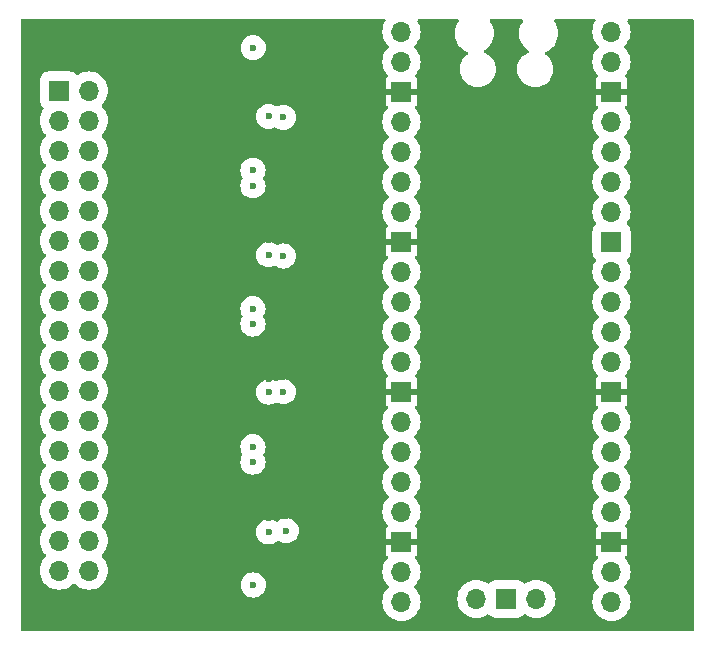
<source format=gbr>
%TF.GenerationSoftware,KiCad,Pcbnew,8.0.9*%
%TF.CreationDate,2025-02-20T22:31:30-05:00*%
%TF.ProjectId,PicoLVDS,5069636f-4c56-4445-932e-6b696361645f,2*%
%TF.SameCoordinates,Original*%
%TF.FileFunction,Copper,L4,Bot*%
%TF.FilePolarity,Positive*%
%FSLAX46Y46*%
G04 Gerber Fmt 4.6, Leading zero omitted, Abs format (unit mm)*
G04 Created by KiCad (PCBNEW 8.0.9) date 2025-02-20 22:31:30*
%MOMM*%
%LPD*%
G01*
G04 APERTURE LIST*
%TA.AperFunction,ComponentPad*%
%ADD10R,1.700000X1.700000*%
%TD*%
%TA.AperFunction,ComponentPad*%
%ADD11O,1.700000X1.700000*%
%TD*%
%TA.AperFunction,ViaPad*%
%ADD12C,0.600000*%
%TD*%
G04 APERTURE END LIST*
D10*
%TO.P,J1,1,Pin_1*%
%TO.N,/Out_0+*%
X33750000Y-43740000D03*
D11*
%TO.P,J1,2,Pin_2*%
%TO.N,/Out_0-*%
X36290000Y-43740000D03*
%TO.P,J1,3,Pin_3*%
%TO.N,/Out_1+*%
X33750000Y-46280000D03*
%TO.P,J1,4,Pin_4*%
%TO.N,/Out_1-*%
X36290000Y-46280000D03*
%TO.P,J1,5,Pin_5*%
%TO.N,/Out_2+*%
X33750000Y-48820000D03*
%TO.P,J1,6,Pin_6*%
%TO.N,/Out_2-*%
X36290000Y-48820000D03*
%TO.P,J1,7,Pin_7*%
%TO.N,/Out_3+*%
X33750000Y-51360000D03*
%TO.P,J1,8,Pin_8*%
%TO.N,/Out_3-*%
X36290000Y-51360000D03*
%TO.P,J1,9,Pin_9*%
%TO.N,/Out_4+*%
X33750000Y-53900000D03*
%TO.P,J1,10,Pin_10*%
%TO.N,/Out_4-*%
X36290000Y-53900000D03*
%TO.P,J1,11,Pin_11*%
%TO.N,/Out_5+*%
X33750000Y-56440000D03*
%TO.P,J1,12,Pin_12*%
%TO.N,/Out_5-*%
X36290000Y-56440000D03*
%TO.P,J1,13,Pin_13*%
%TO.N,/Out_6+*%
X33750000Y-58980000D03*
%TO.P,J1,14,Pin_14*%
%TO.N,/Out_6-*%
X36290000Y-58980000D03*
%TO.P,J1,15,Pin_15*%
%TO.N,/Out_7+*%
X33750000Y-61520000D03*
%TO.P,J1,16,Pin_16*%
%TO.N,/Out_7-*%
X36290000Y-61520000D03*
%TO.P,J1,17,Pin_17*%
%TO.N,/Out_8+*%
X33750000Y-64060000D03*
%TO.P,J1,18,Pin_18*%
%TO.N,/Out_8-*%
X36290000Y-64060000D03*
%TO.P,J1,19,Pin_19*%
%TO.N,/Out_9+*%
X33750000Y-66600000D03*
%TO.P,J1,20,Pin_20*%
%TO.N,/Out_9-*%
X36290000Y-66600000D03*
%TO.P,J1,21,Pin_21*%
%TO.N,/Out_10+*%
X33750000Y-69140000D03*
%TO.P,J1,22,Pin_22*%
%TO.N,/Out_10-*%
X36290000Y-69140000D03*
%TO.P,J1,23,Pin_23*%
%TO.N,/Out_11+*%
X33750000Y-71680000D03*
%TO.P,J1,24,Pin_24*%
%TO.N,/Out_11-*%
X36290000Y-71680000D03*
%TO.P,J1,25,Pin_25*%
%TO.N,/Out_12+*%
X33750000Y-74220000D03*
%TO.P,J1,26,Pin_26*%
%TO.N,/Out_12-*%
X36290000Y-74220000D03*
%TO.P,J1,27,Pin_27*%
%TO.N,/Out_13+*%
X33750000Y-76760000D03*
%TO.P,J1,28,Pin_28*%
%TO.N,/Out_13-*%
X36290000Y-76760000D03*
%TO.P,J1,29,Pin_29*%
%TO.N,/Out_14+*%
X33750000Y-79300000D03*
%TO.P,J1,30,Pin_30*%
%TO.N,/Out_14-*%
X36290000Y-79300000D03*
%TO.P,J1,31,Pin_31*%
%TO.N,/Out_15+*%
X33750000Y-81840000D03*
%TO.P,J1,32,Pin_32*%
%TO.N,/Out_15-*%
X36290000Y-81840000D03*
%TO.P,J1,33,Pin_33*%
%TO.N,unconnected-(J1-Pin_33-Pad33)*%
X33750000Y-84380000D03*
%TO.P,J1,34,Pin_34*%
%TO.N,unconnected-(J1-Pin_34-Pad34)*%
X36290000Y-84380000D03*
%TD*%
%TO.P,U1,1,GPIO0*%
%TO.N,/D0*%
X62750000Y-38760000D03*
%TO.P,U1,2,GPIO1*%
%TO.N,/D1*%
X62750000Y-41300000D03*
D10*
%TO.P,U1,3,GND*%
%TO.N,GND*%
X62750000Y-43840000D03*
D11*
%TO.P,U1,4,GPIO2*%
%TO.N,/D2*%
X62750000Y-46380000D03*
%TO.P,U1,5,GPIO3*%
%TO.N,/D3*%
X62750000Y-48920000D03*
%TO.P,U1,6,GPIO4*%
%TO.N,/D4*%
X62750000Y-51460000D03*
%TO.P,U1,7,GPIO5*%
%TO.N,/D5*%
X62750000Y-54000000D03*
D10*
%TO.P,U1,8,GND*%
%TO.N,GND*%
X62750000Y-56540000D03*
D11*
%TO.P,U1,9,GPIO6*%
%TO.N,/D6*%
X62750000Y-59080000D03*
%TO.P,U1,10,GPIO7*%
%TO.N,/D7*%
X62750000Y-61620000D03*
%TO.P,U1,11,GPIO8*%
%TO.N,/D8*%
X62750000Y-64160000D03*
%TO.P,U1,12,GPIO9*%
%TO.N,/D9*%
X62750000Y-66700000D03*
D10*
%TO.P,U1,13,GND*%
%TO.N,GND*%
X62750000Y-69240000D03*
D11*
%TO.P,U1,14,GPIO10*%
%TO.N,/D10*%
X62750000Y-71780000D03*
%TO.P,U1,15,GPIO11*%
%TO.N,/D11*%
X62750000Y-74320000D03*
%TO.P,U1,16,GPIO12*%
%TO.N,/D12*%
X62750000Y-76860000D03*
%TO.P,U1,17,GPIO13*%
%TO.N,/D13*%
X62750000Y-79400000D03*
D10*
%TO.P,U1,18,GND*%
%TO.N,GND*%
X62750000Y-81940000D03*
D11*
%TO.P,U1,19,GPIO14*%
%TO.N,/D14*%
X62750000Y-84480000D03*
%TO.P,U1,20,GPIO15*%
%TO.N,/D15*%
X62750000Y-87020000D03*
%TO.P,U1,21,GPIO16*%
%TO.N,unconnected-(U1-GPIO16-Pad21)*%
X80530000Y-87020000D03*
%TO.P,U1,22,GPIO17*%
%TO.N,unconnected-(U1-GPIO17-Pad22)*%
X80530000Y-84480000D03*
D10*
%TO.P,U1,23,GND*%
%TO.N,GND*%
X80530000Y-81940000D03*
D11*
%TO.P,U1,24,GPIO18*%
%TO.N,unconnected-(U1-GPIO18-Pad24)_1*%
X80530000Y-79400000D03*
%TO.P,U1,25,GPIO19*%
%TO.N,unconnected-(U1-GPIO19-Pad25)_1*%
X80530000Y-76860000D03*
%TO.P,U1,26,GPIO20*%
%TO.N,unconnected-(U1-GPIO20-Pad26)_1*%
X80530000Y-74320000D03*
%TO.P,U1,27,GPIO21*%
%TO.N,unconnected-(U1-GPIO21-Pad27)_1*%
X80530000Y-71780000D03*
D10*
%TO.P,U1,28,GND*%
%TO.N,GND*%
X80530000Y-69240000D03*
D11*
%TO.P,U1,29,GPIO22*%
%TO.N,unconnected-(U1-GPIO22-Pad29)*%
X80530000Y-66700000D03*
%TO.P,U1,30,RUN*%
%TO.N,unconnected-(U1-RUN-Pad30)*%
X80530000Y-64160000D03*
%TO.P,U1,31,GPIO26_ADC0*%
%TO.N,unconnected-(U1-GPIO26_ADC0-Pad31)*%
X80530000Y-61620000D03*
%TO.P,U1,32,GPIO27_ADC1*%
%TO.N,unconnected-(U1-GPIO27_ADC1-Pad32)_1*%
X80530000Y-59080000D03*
D10*
%TO.P,U1,33,AGND*%
%TO.N,unconnected-(U1-AGND-Pad33)_1*%
X80530000Y-56540000D03*
D11*
%TO.P,U1,34,GPIO28_ADC2*%
%TO.N,unconnected-(U1-GPIO28_ADC2-Pad34)*%
X80530000Y-54000000D03*
%TO.P,U1,35,ADC_VREF*%
%TO.N,unconnected-(U1-ADC_VREF-Pad35)*%
X80530000Y-51460000D03*
%TO.P,U1,36,3V3*%
%TO.N,+3V3*%
X80530000Y-48920000D03*
%TO.P,U1,37,3V3_EN*%
%TO.N,unconnected-(U1-3V3_EN-Pad37)*%
X80530000Y-46380000D03*
D10*
%TO.P,U1,38,GND*%
%TO.N,GND*%
X80530000Y-43840000D03*
D11*
%TO.P,U1,39,VSYS*%
%TO.N,unconnected-(U1-VSYS-Pad39)_1*%
X80530000Y-41300000D03*
%TO.P,U1,40,VBUS*%
%TO.N,unconnected-(U1-VBUS-Pad40)*%
X80530000Y-38760000D03*
%TO.P,U1,41,SWCLK*%
%TO.N,unconnected-(U1-SWCLK-Pad41)_1*%
X69100000Y-86790000D03*
D10*
%TO.P,U1,42,GND*%
%TO.N,unconnected-(U1-GND-Pad42)_1*%
X71640000Y-86790000D03*
D11*
%TO.P,U1,43,SWDIO*%
%TO.N,unconnected-(U1-SWDIO-Pad43)*%
X74180000Y-86790000D03*
%TD*%
D12*
%TO.N,+3V3*%
X50200000Y-40100000D03*
X50200000Y-85600000D03*
X50175000Y-75200000D03*
X50175000Y-73900000D03*
X50175000Y-62200000D03*
X50175000Y-63500000D03*
X50175000Y-51800000D03*
X50175000Y-50500000D03*
X52750000Y-69250000D03*
X52750000Y-57750000D03*
X51500000Y-81110000D03*
X51500000Y-45935000D03*
X52750000Y-46000000D03*
X51500000Y-57635000D03*
X51500000Y-69267500D03*
X53000000Y-81000000D03*
%TO.N,GND*%
X52750000Y-68000000D03*
X52750000Y-44500000D03*
X51500000Y-56365000D03*
X51500000Y-68132500D03*
X52750000Y-56250000D03*
X51500000Y-79932500D03*
X51500000Y-44665000D03*
X53000000Y-79750000D03*
%TD*%
%TA.AperFunction,Conductor*%
%TO.N,GND*%
G36*
X61353699Y-37720185D02*
G01*
X61399454Y-37772989D01*
X61409398Y-37842147D01*
X61392387Y-37889290D01*
X61308808Y-38025676D01*
X61211680Y-38260166D01*
X61211676Y-38260178D01*
X61152427Y-38506971D01*
X61132514Y-38760000D01*
X61152427Y-39013028D01*
X61211676Y-39259821D01*
X61211680Y-39259833D01*
X61308808Y-39494323D01*
X61441422Y-39710728D01*
X61441423Y-39710730D01*
X61441424Y-39710732D01*
X61441426Y-39710734D01*
X61606265Y-39903735D01*
X61627642Y-39921993D01*
X61643703Y-39935711D01*
X61681895Y-39994219D01*
X61682393Y-40064087D01*
X61645038Y-40123132D01*
X61643703Y-40124289D01*
X61606266Y-40156264D01*
X61441423Y-40349269D01*
X61441422Y-40349271D01*
X61308808Y-40565676D01*
X61211680Y-40800166D01*
X61211676Y-40800178D01*
X61152427Y-41046971D01*
X61132514Y-41300000D01*
X61152427Y-41553028D01*
X61211676Y-41799821D01*
X61211680Y-41799833D01*
X61308808Y-42034323D01*
X61441422Y-42250728D01*
X61441423Y-42250730D01*
X61441424Y-42250732D01*
X61441426Y-42250734D01*
X61594143Y-42429543D01*
X61622714Y-42493302D01*
X61612277Y-42562388D01*
X61574165Y-42609339D01*
X61542809Y-42632812D01*
X61456649Y-42747906D01*
X61456645Y-42747913D01*
X61406403Y-42882620D01*
X61406401Y-42882627D01*
X61400000Y-42942155D01*
X61400000Y-43590000D01*
X62305440Y-43590000D01*
X62274755Y-43643147D01*
X62240000Y-43772857D01*
X62240000Y-43907143D01*
X62274755Y-44036853D01*
X62305440Y-44090000D01*
X61400000Y-44090000D01*
X61400000Y-44737844D01*
X61406401Y-44797372D01*
X61406403Y-44797379D01*
X61456645Y-44932086D01*
X61456649Y-44932093D01*
X61542808Y-45047186D01*
X61574164Y-45070659D01*
X61616035Y-45126593D01*
X61621019Y-45196284D01*
X61594143Y-45250458D01*
X61441423Y-45429268D01*
X61441422Y-45429271D01*
X61308808Y-45645676D01*
X61211680Y-45880166D01*
X61211676Y-45880178D01*
X61152427Y-46126971D01*
X61132514Y-46380000D01*
X61152427Y-46633028D01*
X61211676Y-46879821D01*
X61211680Y-46879833D01*
X61308808Y-47114323D01*
X61441422Y-47330728D01*
X61441423Y-47330730D01*
X61441424Y-47330732D01*
X61441426Y-47330734D01*
X61606265Y-47523735D01*
X61627642Y-47541993D01*
X61643703Y-47555711D01*
X61681895Y-47614219D01*
X61682393Y-47684087D01*
X61645038Y-47743132D01*
X61643703Y-47744289D01*
X61606266Y-47776264D01*
X61441423Y-47969269D01*
X61441422Y-47969271D01*
X61308808Y-48185676D01*
X61211680Y-48420166D01*
X61211676Y-48420178D01*
X61152427Y-48666971D01*
X61132514Y-48920000D01*
X61152427Y-49173028D01*
X61211676Y-49419821D01*
X61211680Y-49419833D01*
X61308808Y-49654323D01*
X61441422Y-49870728D01*
X61441423Y-49870730D01*
X61441424Y-49870732D01*
X61441426Y-49870734D01*
X61606265Y-50063735D01*
X61627642Y-50081993D01*
X61643703Y-50095711D01*
X61681895Y-50154219D01*
X61682393Y-50224087D01*
X61645038Y-50283132D01*
X61643703Y-50284289D01*
X61606266Y-50316264D01*
X61441423Y-50509269D01*
X61441422Y-50509271D01*
X61308808Y-50725676D01*
X61211680Y-50960166D01*
X61211676Y-50960178D01*
X61152427Y-51206971D01*
X61132514Y-51460000D01*
X61152427Y-51713028D01*
X61211676Y-51959821D01*
X61211680Y-51959833D01*
X61308808Y-52194323D01*
X61441422Y-52410728D01*
X61441423Y-52410730D01*
X61441424Y-52410732D01*
X61441426Y-52410734D01*
X61606265Y-52603735D01*
X61627642Y-52621993D01*
X61643703Y-52635711D01*
X61681895Y-52694219D01*
X61682393Y-52764087D01*
X61645038Y-52823132D01*
X61643703Y-52824289D01*
X61606266Y-52856264D01*
X61441423Y-53049269D01*
X61441422Y-53049271D01*
X61308808Y-53265676D01*
X61211680Y-53500166D01*
X61211676Y-53500178D01*
X61152427Y-53746971D01*
X61132514Y-54000000D01*
X61152427Y-54253028D01*
X61211676Y-54499821D01*
X61211680Y-54499833D01*
X61308808Y-54734323D01*
X61441422Y-54950728D01*
X61441423Y-54950730D01*
X61441424Y-54950732D01*
X61441426Y-54950734D01*
X61594143Y-55129543D01*
X61622714Y-55193302D01*
X61612277Y-55262388D01*
X61574165Y-55309339D01*
X61542809Y-55332812D01*
X61456649Y-55447906D01*
X61456645Y-55447913D01*
X61406403Y-55582620D01*
X61406401Y-55582627D01*
X61400000Y-55642155D01*
X61400000Y-56290000D01*
X62305440Y-56290000D01*
X62274755Y-56343147D01*
X62240000Y-56472857D01*
X62240000Y-56607143D01*
X62274755Y-56736853D01*
X62305440Y-56790000D01*
X61400000Y-56790000D01*
X61400000Y-57437844D01*
X61406401Y-57497372D01*
X61406403Y-57497379D01*
X61456645Y-57632086D01*
X61456649Y-57632093D01*
X61542808Y-57747186D01*
X61574164Y-57770659D01*
X61616035Y-57826593D01*
X61621019Y-57896284D01*
X61594143Y-57950458D01*
X61441423Y-58129268D01*
X61441422Y-58129271D01*
X61308808Y-58345676D01*
X61211680Y-58580166D01*
X61211676Y-58580178D01*
X61152427Y-58826971D01*
X61132514Y-59080000D01*
X61152427Y-59333028D01*
X61211676Y-59579821D01*
X61211680Y-59579833D01*
X61308808Y-59814323D01*
X61441422Y-60030728D01*
X61441423Y-60030730D01*
X61441424Y-60030732D01*
X61441426Y-60030734D01*
X61606265Y-60223735D01*
X61627642Y-60241993D01*
X61643703Y-60255711D01*
X61681895Y-60314219D01*
X61682393Y-60384087D01*
X61645038Y-60443132D01*
X61643703Y-60444289D01*
X61606266Y-60476264D01*
X61441423Y-60669269D01*
X61441422Y-60669271D01*
X61308808Y-60885676D01*
X61211680Y-61120166D01*
X61211676Y-61120178D01*
X61152427Y-61366971D01*
X61132514Y-61620000D01*
X61152427Y-61873028D01*
X61211676Y-62119821D01*
X61211680Y-62119833D01*
X61308808Y-62354323D01*
X61441422Y-62570728D01*
X61441423Y-62570730D01*
X61441424Y-62570732D01*
X61441426Y-62570734D01*
X61606265Y-62763735D01*
X61627642Y-62781993D01*
X61643703Y-62795711D01*
X61681895Y-62854219D01*
X61682393Y-62924087D01*
X61645038Y-62983132D01*
X61643703Y-62984289D01*
X61606266Y-63016264D01*
X61441423Y-63209269D01*
X61441422Y-63209271D01*
X61308808Y-63425676D01*
X61211680Y-63660166D01*
X61211676Y-63660178D01*
X61152427Y-63906971D01*
X61132514Y-64160000D01*
X61152427Y-64413028D01*
X61211676Y-64659821D01*
X61211680Y-64659833D01*
X61308808Y-64894323D01*
X61441422Y-65110728D01*
X61441423Y-65110730D01*
X61441424Y-65110732D01*
X61441426Y-65110734D01*
X61606265Y-65303735D01*
X61627642Y-65321993D01*
X61643703Y-65335711D01*
X61681895Y-65394219D01*
X61682393Y-65464087D01*
X61645038Y-65523132D01*
X61643703Y-65524289D01*
X61606266Y-65556264D01*
X61441423Y-65749269D01*
X61441422Y-65749271D01*
X61308808Y-65965676D01*
X61211680Y-66200166D01*
X61211676Y-66200178D01*
X61152427Y-66446971D01*
X61132514Y-66700000D01*
X61152427Y-66953028D01*
X61211676Y-67199821D01*
X61211680Y-67199833D01*
X61308808Y-67434323D01*
X61441422Y-67650728D01*
X61441423Y-67650730D01*
X61441424Y-67650732D01*
X61441426Y-67650734D01*
X61594143Y-67829543D01*
X61622714Y-67893302D01*
X61612277Y-67962388D01*
X61574165Y-68009339D01*
X61542809Y-68032812D01*
X61456649Y-68147906D01*
X61456645Y-68147913D01*
X61406403Y-68282620D01*
X61406401Y-68282627D01*
X61400000Y-68342155D01*
X61400000Y-68990000D01*
X62305440Y-68990000D01*
X62274755Y-69043147D01*
X62240000Y-69172857D01*
X62240000Y-69307143D01*
X62274755Y-69436853D01*
X62305440Y-69490000D01*
X61400000Y-69490000D01*
X61400000Y-70137844D01*
X61406401Y-70197372D01*
X61406403Y-70197379D01*
X61456645Y-70332086D01*
X61456649Y-70332093D01*
X61542808Y-70447186D01*
X61574164Y-70470659D01*
X61616035Y-70526593D01*
X61621019Y-70596284D01*
X61594143Y-70650458D01*
X61441423Y-70829268D01*
X61441422Y-70829271D01*
X61308808Y-71045676D01*
X61211680Y-71280166D01*
X61211676Y-71280178D01*
X61152427Y-71526971D01*
X61132514Y-71780000D01*
X61152427Y-72033028D01*
X61211676Y-72279821D01*
X61211680Y-72279833D01*
X61308808Y-72514323D01*
X61441422Y-72730728D01*
X61441423Y-72730730D01*
X61441424Y-72730732D01*
X61441426Y-72730734D01*
X61606265Y-72923735D01*
X61627642Y-72941993D01*
X61643703Y-72955711D01*
X61681895Y-73014219D01*
X61682393Y-73084087D01*
X61645038Y-73143132D01*
X61643703Y-73144289D01*
X61606266Y-73176264D01*
X61441423Y-73369269D01*
X61441422Y-73369271D01*
X61308808Y-73585676D01*
X61211680Y-73820166D01*
X61211676Y-73820178D01*
X61152427Y-74066971D01*
X61132514Y-74320000D01*
X61152427Y-74573028D01*
X61211676Y-74819821D01*
X61211680Y-74819833D01*
X61308808Y-75054323D01*
X61441422Y-75270728D01*
X61441423Y-75270730D01*
X61441424Y-75270732D01*
X61441426Y-75270734D01*
X61606265Y-75463735D01*
X61627642Y-75481993D01*
X61643703Y-75495711D01*
X61681895Y-75554219D01*
X61682393Y-75624087D01*
X61645038Y-75683132D01*
X61643703Y-75684289D01*
X61606266Y-75716264D01*
X61441423Y-75909269D01*
X61441422Y-75909271D01*
X61308808Y-76125676D01*
X61211680Y-76360166D01*
X61211676Y-76360178D01*
X61152427Y-76606971D01*
X61132514Y-76860000D01*
X61152427Y-77113028D01*
X61211676Y-77359821D01*
X61211680Y-77359833D01*
X61308808Y-77594323D01*
X61441422Y-77810728D01*
X61441423Y-77810730D01*
X61441424Y-77810732D01*
X61441426Y-77810734D01*
X61606265Y-78003735D01*
X61627642Y-78021993D01*
X61643703Y-78035711D01*
X61681895Y-78094219D01*
X61682393Y-78164087D01*
X61645038Y-78223132D01*
X61643703Y-78224289D01*
X61606266Y-78256264D01*
X61441423Y-78449269D01*
X61441422Y-78449271D01*
X61308808Y-78665676D01*
X61211680Y-78900166D01*
X61211676Y-78900178D01*
X61152427Y-79146971D01*
X61132514Y-79400000D01*
X61152427Y-79653028D01*
X61211676Y-79899821D01*
X61211680Y-79899833D01*
X61308808Y-80134323D01*
X61441422Y-80350728D01*
X61441423Y-80350730D01*
X61441424Y-80350732D01*
X61441426Y-80350734D01*
X61594143Y-80529543D01*
X61622714Y-80593302D01*
X61612277Y-80662388D01*
X61574165Y-80709339D01*
X61542809Y-80732812D01*
X61456649Y-80847906D01*
X61456645Y-80847913D01*
X61406403Y-80982620D01*
X61406401Y-80982627D01*
X61400000Y-81042155D01*
X61400000Y-81690000D01*
X62305440Y-81690000D01*
X62274755Y-81743147D01*
X62240000Y-81872857D01*
X62240000Y-82007143D01*
X62274755Y-82136853D01*
X62305440Y-82190000D01*
X61400000Y-82190000D01*
X61400000Y-82837844D01*
X61406401Y-82897372D01*
X61406403Y-82897379D01*
X61456645Y-83032086D01*
X61456649Y-83032093D01*
X61542808Y-83147186D01*
X61574164Y-83170659D01*
X61616035Y-83226593D01*
X61621019Y-83296284D01*
X61594143Y-83350458D01*
X61441423Y-83529268D01*
X61441422Y-83529271D01*
X61308808Y-83745676D01*
X61211680Y-83980166D01*
X61211676Y-83980178D01*
X61152427Y-84226971D01*
X61132514Y-84480000D01*
X61152427Y-84733028D01*
X61211676Y-84979821D01*
X61211680Y-84979833D01*
X61308808Y-85214323D01*
X61441422Y-85430728D01*
X61441423Y-85430730D01*
X61441424Y-85430732D01*
X61441426Y-85430734D01*
X61606265Y-85623735D01*
X61627642Y-85641993D01*
X61643703Y-85655711D01*
X61681895Y-85714219D01*
X61682393Y-85784087D01*
X61645038Y-85843132D01*
X61643703Y-85844289D01*
X61606266Y-85876264D01*
X61441423Y-86069269D01*
X61441422Y-86069271D01*
X61308808Y-86285676D01*
X61211680Y-86520166D01*
X61211676Y-86520178D01*
X61152427Y-86766971D01*
X61132514Y-87020000D01*
X61152427Y-87273028D01*
X61211676Y-87519821D01*
X61211680Y-87519833D01*
X61308808Y-87754323D01*
X61441422Y-87970728D01*
X61441423Y-87970730D01*
X61441424Y-87970732D01*
X61441426Y-87970734D01*
X61606265Y-88163735D01*
X61799266Y-88328574D01*
X61799268Y-88328575D01*
X61799269Y-88328576D01*
X61799271Y-88328577D01*
X62015676Y-88461191D01*
X62098581Y-88495531D01*
X62250169Y-88558321D01*
X62496969Y-88617572D01*
X62750000Y-88637486D01*
X63003031Y-88617572D01*
X63249831Y-88558321D01*
X63484323Y-88461191D01*
X63700734Y-88328574D01*
X63893735Y-88163735D01*
X64058574Y-87970734D01*
X64191191Y-87754323D01*
X64288321Y-87519831D01*
X64347572Y-87273031D01*
X64367486Y-87020000D01*
X64349385Y-86790000D01*
X67482514Y-86790000D01*
X67502427Y-87043028D01*
X67561676Y-87289821D01*
X67561680Y-87289833D01*
X67658808Y-87524323D01*
X67791422Y-87740728D01*
X67791423Y-87740730D01*
X67791424Y-87740732D01*
X67791426Y-87740734D01*
X67956265Y-87933735D01*
X68149266Y-88098574D01*
X68149268Y-88098575D01*
X68149269Y-88098576D01*
X68149271Y-88098577D01*
X68365676Y-88231191D01*
X68392228Y-88242189D01*
X68600169Y-88328321D01*
X68846969Y-88387572D01*
X69100000Y-88407486D01*
X69353031Y-88387572D01*
X69599831Y-88328321D01*
X69834323Y-88231191D01*
X70041481Y-88104243D01*
X70108927Y-88085999D01*
X70175529Y-88107115D01*
X70193952Y-88122290D01*
X70313851Y-88242189D01*
X70465560Y-88335764D01*
X70634759Y-88391831D01*
X70739189Y-88402500D01*
X72540810Y-88402499D01*
X72645241Y-88391831D01*
X72814440Y-88335764D01*
X72966149Y-88242189D01*
X73086050Y-88122287D01*
X73147369Y-88088805D01*
X73217061Y-88093789D01*
X73238518Y-88104244D01*
X73445676Y-88231191D01*
X73472228Y-88242189D01*
X73680169Y-88328321D01*
X73926969Y-88387572D01*
X74180000Y-88407486D01*
X74433031Y-88387572D01*
X74679831Y-88328321D01*
X74914323Y-88231191D01*
X75130734Y-88098574D01*
X75323735Y-87933735D01*
X75488574Y-87740734D01*
X75621191Y-87524323D01*
X75718321Y-87289831D01*
X75777572Y-87043031D01*
X75797486Y-86790000D01*
X75777572Y-86536969D01*
X75718321Y-86290169D01*
X75621191Y-86055677D01*
X75621191Y-86055676D01*
X75488577Y-85839271D01*
X75488576Y-85839269D01*
X75488575Y-85839268D01*
X75488574Y-85839266D01*
X75323735Y-85646265D01*
X75130734Y-85481426D01*
X75130732Y-85481424D01*
X75130730Y-85481423D01*
X75130728Y-85481422D01*
X74914323Y-85348808D01*
X74679833Y-85251680D01*
X74679835Y-85251680D01*
X74679831Y-85251679D01*
X74679827Y-85251678D01*
X74679821Y-85251676D01*
X74433027Y-85192427D01*
X74433028Y-85192427D01*
X74180000Y-85172514D01*
X73926971Y-85192427D01*
X73680178Y-85251676D01*
X73680166Y-85251680D01*
X73445681Y-85348806D01*
X73238518Y-85475756D01*
X73171072Y-85494000D01*
X73104469Y-85472883D01*
X73086047Y-85457709D01*
X72966150Y-85337812D01*
X72966149Y-85337811D01*
X72814440Y-85244236D01*
X72724169Y-85214323D01*
X72645242Y-85188169D01*
X72645235Y-85188168D01*
X72540812Y-85177500D01*
X70739196Y-85177500D01*
X70739180Y-85177501D01*
X70634757Y-85188169D01*
X70465562Y-85244235D01*
X70465557Y-85244237D01*
X70313852Y-85337810D01*
X70193952Y-85457710D01*
X70132629Y-85491194D01*
X70062937Y-85486210D01*
X70041481Y-85475755D01*
X69834323Y-85348808D01*
X69599833Y-85251680D01*
X69599835Y-85251680D01*
X69599831Y-85251679D01*
X69599827Y-85251678D01*
X69599821Y-85251676D01*
X69353027Y-85192427D01*
X69353028Y-85192427D01*
X69100000Y-85172514D01*
X68846971Y-85192427D01*
X68600178Y-85251676D01*
X68600166Y-85251680D01*
X68365676Y-85348808D01*
X68149271Y-85481422D01*
X68149269Y-85481423D01*
X67956265Y-85646265D01*
X67791423Y-85839269D01*
X67791422Y-85839271D01*
X67658808Y-86055676D01*
X67561680Y-86290166D01*
X67561676Y-86290178D01*
X67502427Y-86536971D01*
X67482514Y-86790000D01*
X64349385Y-86790000D01*
X64347572Y-86766969D01*
X64288321Y-86520169D01*
X64219879Y-86354936D01*
X64191191Y-86285676D01*
X64058577Y-86069271D01*
X64058576Y-86069269D01*
X64058575Y-86069268D01*
X64058574Y-86069266D01*
X63893735Y-85876265D01*
X63856295Y-85844288D01*
X63818104Y-85785784D01*
X63817604Y-85715916D01*
X63854958Y-85656870D01*
X63856209Y-85655785D01*
X63893735Y-85623735D01*
X64058574Y-85430734D01*
X64191191Y-85214323D01*
X64288321Y-84979831D01*
X64347572Y-84733031D01*
X64367486Y-84480000D01*
X64347572Y-84226969D01*
X64288321Y-83980169D01*
X64191191Y-83745677D01*
X64191191Y-83745676D01*
X64058577Y-83529271D01*
X64058576Y-83529269D01*
X64058575Y-83529268D01*
X64058574Y-83529266D01*
X63905854Y-83350455D01*
X63877285Y-83286697D01*
X63887722Y-83217611D01*
X63925836Y-83170658D01*
X63957191Y-83147185D01*
X64043350Y-83032093D01*
X64043354Y-83032086D01*
X64093596Y-82897379D01*
X64093598Y-82897372D01*
X64099999Y-82837844D01*
X64100000Y-82837827D01*
X64100000Y-82190000D01*
X63194560Y-82190000D01*
X63225245Y-82136853D01*
X63260000Y-82007143D01*
X63260000Y-81872857D01*
X63225245Y-81743147D01*
X63194560Y-81690000D01*
X64100000Y-81690000D01*
X64100000Y-81042172D01*
X64099999Y-81042155D01*
X64093598Y-80982627D01*
X64093596Y-80982620D01*
X64043354Y-80847913D01*
X64043350Y-80847906D01*
X63957190Y-80732813D01*
X63925835Y-80709340D01*
X63883964Y-80653406D01*
X63878980Y-80583714D01*
X63905853Y-80529546D01*
X64058574Y-80350734D01*
X64191191Y-80134323D01*
X64288321Y-79899831D01*
X64347572Y-79653031D01*
X64367486Y-79400000D01*
X64347572Y-79146969D01*
X64288321Y-78900169D01*
X64191191Y-78665677D01*
X64191191Y-78665676D01*
X64058577Y-78449271D01*
X64058576Y-78449269D01*
X64058575Y-78449268D01*
X64058574Y-78449266D01*
X63893735Y-78256265D01*
X63856295Y-78224288D01*
X63818104Y-78165784D01*
X63817604Y-78095916D01*
X63854958Y-78036870D01*
X63856209Y-78035785D01*
X63893735Y-78003735D01*
X64058574Y-77810734D01*
X64191191Y-77594323D01*
X64288321Y-77359831D01*
X64347572Y-77113031D01*
X64367486Y-76860000D01*
X64347572Y-76606969D01*
X64288321Y-76360169D01*
X64191191Y-76125677D01*
X64191191Y-76125676D01*
X64058577Y-75909271D01*
X64058576Y-75909269D01*
X64058575Y-75909268D01*
X64058574Y-75909266D01*
X63893735Y-75716265D01*
X63856295Y-75684288D01*
X63818104Y-75625784D01*
X63817604Y-75555916D01*
X63854958Y-75496870D01*
X63856209Y-75495785D01*
X63893735Y-75463735D01*
X64058574Y-75270734D01*
X64191191Y-75054323D01*
X64288321Y-74819831D01*
X64347572Y-74573031D01*
X64367486Y-74320000D01*
X64347572Y-74066969D01*
X64288321Y-73820169D01*
X64191191Y-73585677D01*
X64191191Y-73585676D01*
X64058577Y-73369271D01*
X64058576Y-73369269D01*
X64058575Y-73369268D01*
X64058574Y-73369266D01*
X63893735Y-73176265D01*
X63856295Y-73144288D01*
X63818104Y-73085784D01*
X63817604Y-73015916D01*
X63854958Y-72956870D01*
X63856209Y-72955785D01*
X63893735Y-72923735D01*
X64058574Y-72730734D01*
X64191191Y-72514323D01*
X64288321Y-72279831D01*
X64347572Y-72033031D01*
X64367486Y-71780000D01*
X64347572Y-71526969D01*
X64288321Y-71280169D01*
X64191191Y-71045677D01*
X64191191Y-71045676D01*
X64058577Y-70829271D01*
X64058576Y-70829269D01*
X64058575Y-70829268D01*
X64058574Y-70829266D01*
X63905854Y-70650455D01*
X63877285Y-70586697D01*
X63887722Y-70517611D01*
X63925836Y-70470658D01*
X63957191Y-70447185D01*
X64043350Y-70332093D01*
X64043354Y-70332086D01*
X64093596Y-70197379D01*
X64093598Y-70197372D01*
X64099999Y-70137844D01*
X64100000Y-70137827D01*
X64100000Y-69490000D01*
X63194560Y-69490000D01*
X63225245Y-69436853D01*
X63260000Y-69307143D01*
X63260000Y-69172857D01*
X63225245Y-69043147D01*
X63194560Y-68990000D01*
X64100000Y-68990000D01*
X64100000Y-68342172D01*
X64099999Y-68342155D01*
X64093598Y-68282627D01*
X64093596Y-68282620D01*
X64043354Y-68147913D01*
X64043350Y-68147906D01*
X63957190Y-68032813D01*
X63925835Y-68009340D01*
X63883964Y-67953406D01*
X63878980Y-67883714D01*
X63905853Y-67829546D01*
X64058574Y-67650734D01*
X64191191Y-67434323D01*
X64288321Y-67199831D01*
X64347572Y-66953031D01*
X64367486Y-66700000D01*
X64347572Y-66446969D01*
X64288321Y-66200169D01*
X64191191Y-65965677D01*
X64191191Y-65965676D01*
X64058577Y-65749271D01*
X64058576Y-65749269D01*
X64058575Y-65749268D01*
X64058574Y-65749266D01*
X63893735Y-65556265D01*
X63856295Y-65524288D01*
X63818104Y-65465784D01*
X63817604Y-65395916D01*
X63854958Y-65336870D01*
X63856209Y-65335785D01*
X63893735Y-65303735D01*
X64058574Y-65110734D01*
X64191191Y-64894323D01*
X64288321Y-64659831D01*
X64347572Y-64413031D01*
X64367486Y-64160000D01*
X64347572Y-63906969D01*
X64288321Y-63660169D01*
X64191191Y-63425677D01*
X64191191Y-63425676D01*
X64058577Y-63209271D01*
X64058576Y-63209269D01*
X64058575Y-63209268D01*
X64058574Y-63209266D01*
X63893735Y-63016265D01*
X63856295Y-62984288D01*
X63818104Y-62925784D01*
X63817604Y-62855916D01*
X63854958Y-62796870D01*
X63856209Y-62795785D01*
X63893735Y-62763735D01*
X64058574Y-62570734D01*
X64191191Y-62354323D01*
X64288321Y-62119831D01*
X64347572Y-61873031D01*
X64367486Y-61620000D01*
X64347572Y-61366969D01*
X64288321Y-61120169D01*
X64191191Y-60885677D01*
X64191191Y-60885676D01*
X64058577Y-60669271D01*
X64058576Y-60669269D01*
X64058575Y-60669268D01*
X64058574Y-60669266D01*
X63893735Y-60476265D01*
X63856295Y-60444288D01*
X63818104Y-60385784D01*
X63817604Y-60315916D01*
X63854958Y-60256870D01*
X63856209Y-60255785D01*
X63893735Y-60223735D01*
X64058574Y-60030734D01*
X64191191Y-59814323D01*
X64288321Y-59579831D01*
X64347572Y-59333031D01*
X64367486Y-59080000D01*
X64347572Y-58826969D01*
X64288321Y-58580169D01*
X64191191Y-58345677D01*
X64191191Y-58345676D01*
X64058577Y-58129271D01*
X64058576Y-58129269D01*
X64058575Y-58129268D01*
X64058574Y-58129266D01*
X63905854Y-57950455D01*
X63877285Y-57886697D01*
X63887722Y-57817611D01*
X63925836Y-57770658D01*
X63957191Y-57747185D01*
X64043350Y-57632093D01*
X64043354Y-57632086D01*
X64093596Y-57497379D01*
X64093598Y-57497372D01*
X64099999Y-57437844D01*
X64100000Y-57437827D01*
X64100000Y-56790000D01*
X63194560Y-56790000D01*
X63225245Y-56736853D01*
X63260000Y-56607143D01*
X63260000Y-56472857D01*
X63225245Y-56343147D01*
X63194560Y-56290000D01*
X64100000Y-56290000D01*
X64100000Y-55642172D01*
X64099999Y-55642155D01*
X64093598Y-55582627D01*
X64093596Y-55582620D01*
X64043354Y-55447913D01*
X64043350Y-55447906D01*
X63957190Y-55332813D01*
X63925835Y-55309340D01*
X63883964Y-55253406D01*
X63878980Y-55183714D01*
X63905853Y-55129546D01*
X64058574Y-54950734D01*
X64191191Y-54734323D01*
X64288321Y-54499831D01*
X64347572Y-54253031D01*
X64367486Y-54000000D01*
X64347572Y-53746969D01*
X64288321Y-53500169D01*
X64191191Y-53265677D01*
X64191191Y-53265676D01*
X64058577Y-53049271D01*
X64058576Y-53049269D01*
X64058575Y-53049268D01*
X64058574Y-53049266D01*
X63893735Y-52856265D01*
X63856295Y-52824288D01*
X63818104Y-52765784D01*
X63817604Y-52695916D01*
X63854958Y-52636870D01*
X63856209Y-52635785D01*
X63893735Y-52603735D01*
X64058574Y-52410734D01*
X64191191Y-52194323D01*
X64288321Y-51959831D01*
X64347572Y-51713031D01*
X64367486Y-51460000D01*
X64347572Y-51206969D01*
X64288321Y-50960169D01*
X64191191Y-50725677D01*
X64191191Y-50725676D01*
X64058577Y-50509271D01*
X64058576Y-50509269D01*
X64058575Y-50509268D01*
X64058574Y-50509266D01*
X63893735Y-50316265D01*
X63856295Y-50284288D01*
X63818104Y-50225784D01*
X63817604Y-50155916D01*
X63854958Y-50096870D01*
X63856209Y-50095785D01*
X63893735Y-50063735D01*
X64058574Y-49870734D01*
X64191191Y-49654323D01*
X64288321Y-49419831D01*
X64347572Y-49173031D01*
X64367486Y-48920000D01*
X64347572Y-48666969D01*
X64288321Y-48420169D01*
X64191191Y-48185677D01*
X64191191Y-48185676D01*
X64058577Y-47969271D01*
X64058576Y-47969269D01*
X64058575Y-47969268D01*
X64058574Y-47969266D01*
X63893735Y-47776265D01*
X63856295Y-47744288D01*
X63818104Y-47685784D01*
X63817604Y-47615916D01*
X63854958Y-47556870D01*
X63856209Y-47555785D01*
X63893735Y-47523735D01*
X64058574Y-47330734D01*
X64191191Y-47114323D01*
X64288321Y-46879831D01*
X64347572Y-46633031D01*
X64367486Y-46380000D01*
X64347572Y-46126969D01*
X64288321Y-45880169D01*
X64191191Y-45645677D01*
X64191191Y-45645676D01*
X64058577Y-45429271D01*
X64058576Y-45429269D01*
X64058575Y-45429268D01*
X64058574Y-45429266D01*
X63905854Y-45250455D01*
X63877285Y-45186697D01*
X63887722Y-45117611D01*
X63925836Y-45070658D01*
X63957191Y-45047185D01*
X64043350Y-44932093D01*
X64043354Y-44932086D01*
X64093596Y-44797379D01*
X64093598Y-44797372D01*
X64099999Y-44737844D01*
X64100000Y-44737827D01*
X64100000Y-44090000D01*
X63194560Y-44090000D01*
X63225245Y-44036853D01*
X63260000Y-43907143D01*
X63260000Y-43772857D01*
X63225245Y-43643147D01*
X63194560Y-43590000D01*
X64100000Y-43590000D01*
X64100000Y-42942172D01*
X64099999Y-42942155D01*
X64093598Y-42882627D01*
X64093596Y-42882620D01*
X64043354Y-42747913D01*
X64043350Y-42747906D01*
X63957190Y-42632813D01*
X63925835Y-42609340D01*
X63883964Y-42553406D01*
X63878980Y-42483714D01*
X63905853Y-42429546D01*
X64058574Y-42250734D01*
X64191191Y-42034323D01*
X64288321Y-41799831D01*
X64347572Y-41553031D01*
X64367486Y-41300000D01*
X64347572Y-41046969D01*
X64288321Y-40800169D01*
X64192230Y-40568185D01*
X64191191Y-40565676D01*
X64058577Y-40349271D01*
X64058576Y-40349269D01*
X64058575Y-40349268D01*
X64058574Y-40349266D01*
X63893735Y-40156265D01*
X63856295Y-40124288D01*
X63818104Y-40065784D01*
X63817604Y-39995916D01*
X63854958Y-39936870D01*
X63856209Y-39935785D01*
X63893735Y-39903735D01*
X64058574Y-39710734D01*
X64191191Y-39494323D01*
X64288321Y-39259831D01*
X64347572Y-39013031D01*
X64367486Y-38760000D01*
X64347572Y-38506969D01*
X64288321Y-38260169D01*
X64191191Y-38025677D01*
X64191191Y-38025676D01*
X64107613Y-37889290D01*
X64089368Y-37821844D01*
X64110484Y-37755242D01*
X64164256Y-37710628D01*
X64213340Y-37700500D01*
X67475620Y-37700500D01*
X67542659Y-37720185D01*
X67588414Y-37772989D01*
X67598358Y-37842147D01*
X67569909Y-37905033D01*
X67565848Y-37909787D01*
X67565846Y-37909789D01*
X67429120Y-38132907D01*
X67429118Y-38132910D01*
X67328980Y-38374666D01*
X67267889Y-38629128D01*
X67247359Y-38890000D01*
X67267889Y-39150871D01*
X67267889Y-39150874D01*
X67267890Y-39150877D01*
X67294048Y-39259831D01*
X67328980Y-39405333D01*
X67429118Y-39647089D01*
X67429120Y-39647092D01*
X67565846Y-39870210D01*
X67565847Y-39870211D01*
X67565848Y-39870213D01*
X67565850Y-39870215D01*
X67735800Y-40069200D01*
X67934785Y-40239150D01*
X67934787Y-40239151D01*
X67934788Y-40239152D01*
X67934789Y-40239153D01*
X68157907Y-40375879D01*
X68157910Y-40375881D01*
X68340078Y-40451337D01*
X68394482Y-40495178D01*
X68416547Y-40561472D01*
X68399268Y-40629171D01*
X68357417Y-40671624D01*
X68323235Y-40692571D01*
X68323228Y-40692575D01*
X68142194Y-40847194D01*
X67987575Y-41028228D01*
X67987574Y-41028231D01*
X67863184Y-41231216D01*
X67863182Y-41231219D01*
X67772078Y-41451165D01*
X67772078Y-41451166D01*
X67716502Y-41682657D01*
X67697823Y-41920000D01*
X67716502Y-42157342D01*
X67772078Y-42388833D01*
X67772078Y-42388834D01*
X67863182Y-42608780D01*
X67863184Y-42608783D01*
X67987574Y-42811768D01*
X67987575Y-42811771D01*
X68039969Y-42873116D01*
X68142194Y-42992806D01*
X68282330Y-43112494D01*
X68323228Y-43147424D01*
X68323231Y-43147425D01*
X68526216Y-43271815D01*
X68526219Y-43271817D01*
X68746166Y-43362921D01*
X68944822Y-43410614D01*
X68977661Y-43418498D01*
X69215000Y-43437177D01*
X69452339Y-43418498D01*
X69683833Y-43362921D01*
X69683834Y-43362921D01*
X69903780Y-43271817D01*
X69903781Y-43271816D01*
X69903784Y-43271815D01*
X70106774Y-43147422D01*
X70287806Y-42992806D01*
X70442422Y-42811774D01*
X70566815Y-42608784D01*
X70586033Y-42562388D01*
X70657921Y-42388834D01*
X70657921Y-42388833D01*
X70691077Y-42250728D01*
X70713498Y-42157339D01*
X70732177Y-41920000D01*
X70713498Y-41682661D01*
X70705614Y-41649822D01*
X70657921Y-41451166D01*
X70657921Y-41451165D01*
X70566817Y-41231219D01*
X70566815Y-41231216D01*
X70442425Y-41028231D01*
X70442424Y-41028228D01*
X70407494Y-40987330D01*
X70287806Y-40847194D01*
X70168116Y-40744969D01*
X70106771Y-40692575D01*
X70106768Y-40692574D01*
X69903784Y-40568184D01*
X69803129Y-40526492D01*
X69748726Y-40482651D01*
X69726661Y-40416357D01*
X69743940Y-40348658D01*
X69785791Y-40306204D01*
X69895215Y-40239150D01*
X70094200Y-40069200D01*
X70264150Y-39870215D01*
X70400879Y-39647093D01*
X70501021Y-39405329D01*
X70562110Y-39150877D01*
X70582641Y-38890000D01*
X70562110Y-38629123D01*
X70501021Y-38374671D01*
X70501019Y-38374666D01*
X70400881Y-38132910D01*
X70400879Y-38132907D01*
X70264153Y-37909789D01*
X70264151Y-37909787D01*
X70264150Y-37909785D01*
X70260090Y-37905032D01*
X70231519Y-37841272D01*
X70241956Y-37772186D01*
X70288086Y-37719709D01*
X70354380Y-37700500D01*
X72925620Y-37700500D01*
X72992659Y-37720185D01*
X73038414Y-37772989D01*
X73048358Y-37842147D01*
X73019909Y-37905033D01*
X73015848Y-37909787D01*
X73015846Y-37909789D01*
X72879120Y-38132907D01*
X72879118Y-38132910D01*
X72778980Y-38374666D01*
X72717889Y-38629128D01*
X72697359Y-38890000D01*
X72717889Y-39150871D01*
X72717889Y-39150874D01*
X72717890Y-39150877D01*
X72744048Y-39259831D01*
X72778980Y-39405333D01*
X72879118Y-39647089D01*
X72879120Y-39647092D01*
X73015846Y-39870210D01*
X73015847Y-39870211D01*
X73015848Y-39870213D01*
X73015850Y-39870215D01*
X73185800Y-40069200D01*
X73384785Y-40239150D01*
X73494208Y-40306204D01*
X73541082Y-40358015D01*
X73552505Y-40426945D01*
X73524848Y-40491108D01*
X73476870Y-40526492D01*
X73376215Y-40568184D01*
X73173231Y-40692574D01*
X73173228Y-40692575D01*
X72992194Y-40847194D01*
X72837575Y-41028228D01*
X72837574Y-41028231D01*
X72713184Y-41231216D01*
X72713182Y-41231219D01*
X72622078Y-41451165D01*
X72622078Y-41451166D01*
X72566502Y-41682657D01*
X72547823Y-41920000D01*
X72566502Y-42157342D01*
X72622078Y-42388833D01*
X72622078Y-42388834D01*
X72713182Y-42608780D01*
X72713184Y-42608783D01*
X72837574Y-42811768D01*
X72837575Y-42811771D01*
X72889969Y-42873116D01*
X72992194Y-42992806D01*
X73132330Y-43112494D01*
X73173228Y-43147424D01*
X73173231Y-43147425D01*
X73376216Y-43271815D01*
X73376219Y-43271817D01*
X73596166Y-43362921D01*
X73794822Y-43410614D01*
X73827661Y-43418498D01*
X74065000Y-43437177D01*
X74302339Y-43418498D01*
X74533833Y-43362921D01*
X74533834Y-43362921D01*
X74753780Y-43271817D01*
X74753781Y-43271816D01*
X74753784Y-43271815D01*
X74956774Y-43147422D01*
X75137806Y-42992806D01*
X75292422Y-42811774D01*
X75416815Y-42608784D01*
X75436033Y-42562388D01*
X75507921Y-42388834D01*
X75507921Y-42388833D01*
X75541077Y-42250728D01*
X75563498Y-42157339D01*
X75582177Y-41920000D01*
X75563498Y-41682661D01*
X75555614Y-41649822D01*
X75507921Y-41451166D01*
X75507921Y-41451165D01*
X75416817Y-41231219D01*
X75416815Y-41231216D01*
X75292425Y-41028231D01*
X75292424Y-41028228D01*
X75257494Y-40987330D01*
X75137806Y-40847194D01*
X75018116Y-40744969D01*
X74956771Y-40692575D01*
X74956768Y-40692574D01*
X74922583Y-40671625D01*
X74875708Y-40619813D01*
X74864285Y-40550883D01*
X74891943Y-40486721D01*
X74939921Y-40451337D01*
X75122089Y-40375881D01*
X75122090Y-40375880D01*
X75122093Y-40375879D01*
X75345215Y-40239150D01*
X75544200Y-40069200D01*
X75714150Y-39870215D01*
X75850879Y-39647093D01*
X75951021Y-39405329D01*
X76012110Y-39150877D01*
X76032641Y-38890000D01*
X76012110Y-38629123D01*
X75951021Y-38374671D01*
X75951019Y-38374666D01*
X75850881Y-38132910D01*
X75850879Y-38132907D01*
X75714153Y-37909789D01*
X75714151Y-37909787D01*
X75714150Y-37909785D01*
X75710090Y-37905032D01*
X75681519Y-37841272D01*
X75691956Y-37772186D01*
X75738086Y-37719709D01*
X75804380Y-37700500D01*
X79066660Y-37700500D01*
X79133699Y-37720185D01*
X79179454Y-37772989D01*
X79189398Y-37842147D01*
X79172387Y-37889290D01*
X79088808Y-38025676D01*
X78991680Y-38260166D01*
X78991676Y-38260178D01*
X78932427Y-38506971D01*
X78912514Y-38760000D01*
X78932427Y-39013028D01*
X78991676Y-39259821D01*
X78991680Y-39259833D01*
X79088808Y-39494323D01*
X79221422Y-39710728D01*
X79221423Y-39710730D01*
X79221424Y-39710732D01*
X79221426Y-39710734D01*
X79386265Y-39903735D01*
X79407642Y-39921993D01*
X79423703Y-39935711D01*
X79461895Y-39994219D01*
X79462393Y-40064087D01*
X79425038Y-40123132D01*
X79423703Y-40124289D01*
X79386266Y-40156264D01*
X79221423Y-40349269D01*
X79221422Y-40349271D01*
X79088808Y-40565676D01*
X78991680Y-40800166D01*
X78991676Y-40800178D01*
X78932427Y-41046971D01*
X78912514Y-41300000D01*
X78932427Y-41553028D01*
X78991676Y-41799821D01*
X78991680Y-41799833D01*
X79088808Y-42034323D01*
X79221422Y-42250728D01*
X79221423Y-42250730D01*
X79221424Y-42250732D01*
X79221426Y-42250734D01*
X79374143Y-42429543D01*
X79402714Y-42493302D01*
X79392277Y-42562388D01*
X79354165Y-42609339D01*
X79322809Y-42632812D01*
X79236649Y-42747906D01*
X79236645Y-42747913D01*
X79186403Y-42882620D01*
X79186401Y-42882627D01*
X79180000Y-42942155D01*
X79180000Y-43590000D01*
X80085440Y-43590000D01*
X80054755Y-43643147D01*
X80020000Y-43772857D01*
X80020000Y-43907143D01*
X80054755Y-44036853D01*
X80085440Y-44090000D01*
X79180000Y-44090000D01*
X79180000Y-44737844D01*
X79186401Y-44797372D01*
X79186403Y-44797379D01*
X79236645Y-44932086D01*
X79236649Y-44932093D01*
X79322808Y-45047186D01*
X79354164Y-45070659D01*
X79396035Y-45126593D01*
X79401019Y-45196284D01*
X79374143Y-45250458D01*
X79221423Y-45429268D01*
X79221422Y-45429271D01*
X79088808Y-45645676D01*
X78991680Y-45880166D01*
X78991676Y-45880178D01*
X78932427Y-46126971D01*
X78912514Y-46380000D01*
X78932427Y-46633028D01*
X78991676Y-46879821D01*
X78991680Y-46879833D01*
X79088808Y-47114323D01*
X79221422Y-47330728D01*
X79221423Y-47330730D01*
X79221424Y-47330732D01*
X79221426Y-47330734D01*
X79386265Y-47523735D01*
X79407642Y-47541993D01*
X79423703Y-47555711D01*
X79461895Y-47614219D01*
X79462393Y-47684087D01*
X79425038Y-47743132D01*
X79423703Y-47744289D01*
X79386266Y-47776264D01*
X79221423Y-47969269D01*
X79221422Y-47969271D01*
X79088808Y-48185676D01*
X78991680Y-48420166D01*
X78991676Y-48420178D01*
X78932427Y-48666971D01*
X78912514Y-48920000D01*
X78932427Y-49173028D01*
X78991676Y-49419821D01*
X78991680Y-49419833D01*
X79088808Y-49654323D01*
X79221422Y-49870728D01*
X79221423Y-49870730D01*
X79221424Y-49870732D01*
X79221426Y-49870734D01*
X79386265Y-50063735D01*
X79407642Y-50081993D01*
X79423703Y-50095711D01*
X79461895Y-50154219D01*
X79462393Y-50224087D01*
X79425038Y-50283132D01*
X79423703Y-50284289D01*
X79386266Y-50316264D01*
X79221423Y-50509269D01*
X79221422Y-50509271D01*
X79088808Y-50725676D01*
X78991680Y-50960166D01*
X78991676Y-50960178D01*
X78932427Y-51206971D01*
X78912514Y-51460000D01*
X78932427Y-51713028D01*
X78991676Y-51959821D01*
X78991680Y-51959833D01*
X79088808Y-52194323D01*
X79221422Y-52410728D01*
X79221423Y-52410730D01*
X79221424Y-52410732D01*
X79221426Y-52410734D01*
X79386265Y-52603735D01*
X79407642Y-52621993D01*
X79423703Y-52635711D01*
X79461895Y-52694219D01*
X79462393Y-52764087D01*
X79425038Y-52823132D01*
X79423703Y-52824289D01*
X79386266Y-52856264D01*
X79221423Y-53049269D01*
X79221422Y-53049271D01*
X79088808Y-53265676D01*
X78991680Y-53500166D01*
X78991676Y-53500178D01*
X78932427Y-53746971D01*
X78912514Y-54000000D01*
X78932427Y-54253028D01*
X78991676Y-54499821D01*
X78991680Y-54499833D01*
X79088808Y-54734323D01*
X79215755Y-54941481D01*
X79234000Y-55008927D01*
X79212884Y-55075529D01*
X79197710Y-55093952D01*
X79077810Y-55213852D01*
X78984237Y-55365557D01*
X78984235Y-55365562D01*
X78928169Y-55534757D01*
X78928168Y-55534764D01*
X78917500Y-55639181D01*
X78917500Y-57440803D01*
X78917501Y-57440819D01*
X78928169Y-57545242D01*
X78956949Y-57632093D01*
X78984236Y-57714440D01*
X79059378Y-57836265D01*
X79077812Y-57866150D01*
X79197709Y-57986047D01*
X79231194Y-58047370D01*
X79226210Y-58117062D01*
X79215756Y-58138518D01*
X79088806Y-58345681D01*
X78991680Y-58580166D01*
X78991676Y-58580178D01*
X78932427Y-58826971D01*
X78912514Y-59080000D01*
X78932427Y-59333028D01*
X78991676Y-59579821D01*
X78991680Y-59579833D01*
X79088808Y-59814323D01*
X79221422Y-60030728D01*
X79221423Y-60030730D01*
X79221424Y-60030732D01*
X79221426Y-60030734D01*
X79386265Y-60223735D01*
X79407642Y-60241993D01*
X79423703Y-60255711D01*
X79461895Y-60314219D01*
X79462393Y-60384087D01*
X79425038Y-60443132D01*
X79423703Y-60444289D01*
X79386266Y-60476264D01*
X79221423Y-60669269D01*
X79221422Y-60669271D01*
X79088808Y-60885676D01*
X78991680Y-61120166D01*
X78991676Y-61120178D01*
X78932427Y-61366971D01*
X78912514Y-61620000D01*
X78932427Y-61873028D01*
X78991676Y-62119821D01*
X78991680Y-62119833D01*
X79088808Y-62354323D01*
X79221422Y-62570728D01*
X79221423Y-62570730D01*
X79221424Y-62570732D01*
X79221426Y-62570734D01*
X79386265Y-62763735D01*
X79407642Y-62781993D01*
X79423703Y-62795711D01*
X79461895Y-62854219D01*
X79462393Y-62924087D01*
X79425038Y-62983132D01*
X79423703Y-62984289D01*
X79386266Y-63016264D01*
X79221423Y-63209269D01*
X79221422Y-63209271D01*
X79088808Y-63425676D01*
X78991680Y-63660166D01*
X78991676Y-63660178D01*
X78932427Y-63906971D01*
X78912514Y-64160000D01*
X78932427Y-64413028D01*
X78991676Y-64659821D01*
X78991680Y-64659833D01*
X79088808Y-64894323D01*
X79221422Y-65110728D01*
X79221423Y-65110730D01*
X79221424Y-65110732D01*
X79221426Y-65110734D01*
X79386265Y-65303735D01*
X79407642Y-65321993D01*
X79423703Y-65335711D01*
X79461895Y-65394219D01*
X79462393Y-65464087D01*
X79425038Y-65523132D01*
X79423703Y-65524289D01*
X79386266Y-65556264D01*
X79221423Y-65749269D01*
X79221422Y-65749271D01*
X79088808Y-65965676D01*
X78991680Y-66200166D01*
X78991676Y-66200178D01*
X78932427Y-66446971D01*
X78912514Y-66700000D01*
X78932427Y-66953028D01*
X78991676Y-67199821D01*
X78991680Y-67199833D01*
X79088808Y-67434323D01*
X79221422Y-67650728D01*
X79221423Y-67650730D01*
X79221424Y-67650732D01*
X79221426Y-67650734D01*
X79374143Y-67829543D01*
X79402714Y-67893302D01*
X79392277Y-67962388D01*
X79354165Y-68009339D01*
X79322809Y-68032812D01*
X79236649Y-68147906D01*
X79236645Y-68147913D01*
X79186403Y-68282620D01*
X79186401Y-68282627D01*
X79180000Y-68342155D01*
X79180000Y-68990000D01*
X80085440Y-68990000D01*
X80054755Y-69043147D01*
X80020000Y-69172857D01*
X80020000Y-69307143D01*
X80054755Y-69436853D01*
X80085440Y-69490000D01*
X79180000Y-69490000D01*
X79180000Y-70137844D01*
X79186401Y-70197372D01*
X79186403Y-70197379D01*
X79236645Y-70332086D01*
X79236649Y-70332093D01*
X79322808Y-70447186D01*
X79354164Y-70470659D01*
X79396035Y-70526593D01*
X79401019Y-70596284D01*
X79374143Y-70650458D01*
X79221423Y-70829268D01*
X79221422Y-70829271D01*
X79088808Y-71045676D01*
X78991680Y-71280166D01*
X78991676Y-71280178D01*
X78932427Y-71526971D01*
X78912514Y-71780000D01*
X78932427Y-72033028D01*
X78991676Y-72279821D01*
X78991680Y-72279833D01*
X79088808Y-72514323D01*
X79221422Y-72730728D01*
X79221423Y-72730730D01*
X79221424Y-72730732D01*
X79221426Y-72730734D01*
X79386265Y-72923735D01*
X79407642Y-72941993D01*
X79423703Y-72955711D01*
X79461895Y-73014219D01*
X79462393Y-73084087D01*
X79425038Y-73143132D01*
X79423703Y-73144289D01*
X79386266Y-73176264D01*
X79221423Y-73369269D01*
X79221422Y-73369271D01*
X79088808Y-73585676D01*
X78991680Y-73820166D01*
X78991676Y-73820178D01*
X78932427Y-74066971D01*
X78912514Y-74320000D01*
X78932427Y-74573028D01*
X78991676Y-74819821D01*
X78991680Y-74819833D01*
X79088808Y-75054323D01*
X79221422Y-75270728D01*
X79221423Y-75270730D01*
X79221424Y-75270732D01*
X79221426Y-75270734D01*
X79386265Y-75463735D01*
X79407642Y-75481993D01*
X79423703Y-75495711D01*
X79461895Y-75554219D01*
X79462393Y-75624087D01*
X79425038Y-75683132D01*
X79423703Y-75684289D01*
X79386266Y-75716264D01*
X79221423Y-75909269D01*
X79221422Y-75909271D01*
X79088808Y-76125676D01*
X78991680Y-76360166D01*
X78991676Y-76360178D01*
X78932427Y-76606971D01*
X78912514Y-76860000D01*
X78932427Y-77113028D01*
X78991676Y-77359821D01*
X78991680Y-77359833D01*
X79088808Y-77594323D01*
X79221422Y-77810728D01*
X79221423Y-77810730D01*
X79221424Y-77810732D01*
X79221426Y-77810734D01*
X79386265Y-78003735D01*
X79407642Y-78021993D01*
X79423703Y-78035711D01*
X79461895Y-78094219D01*
X79462393Y-78164087D01*
X79425038Y-78223132D01*
X79423703Y-78224289D01*
X79386266Y-78256264D01*
X79221423Y-78449269D01*
X79221422Y-78449271D01*
X79088808Y-78665676D01*
X78991680Y-78900166D01*
X78991676Y-78900178D01*
X78932427Y-79146971D01*
X78912514Y-79400000D01*
X78932427Y-79653028D01*
X78991676Y-79899821D01*
X78991680Y-79899833D01*
X79088808Y-80134323D01*
X79221422Y-80350728D01*
X79221423Y-80350730D01*
X79221424Y-80350732D01*
X79221426Y-80350734D01*
X79374143Y-80529543D01*
X79402714Y-80593302D01*
X79392277Y-80662388D01*
X79354165Y-80709339D01*
X79322809Y-80732812D01*
X79236649Y-80847906D01*
X79236645Y-80847913D01*
X79186403Y-80982620D01*
X79186401Y-80982627D01*
X79180000Y-81042155D01*
X79180000Y-81690000D01*
X80085440Y-81690000D01*
X80054755Y-81743147D01*
X80020000Y-81872857D01*
X80020000Y-82007143D01*
X80054755Y-82136853D01*
X80085440Y-82190000D01*
X79180000Y-82190000D01*
X79180000Y-82837844D01*
X79186401Y-82897372D01*
X79186403Y-82897379D01*
X79236645Y-83032086D01*
X79236649Y-83032093D01*
X79322808Y-83147186D01*
X79354164Y-83170659D01*
X79396035Y-83226593D01*
X79401019Y-83296284D01*
X79374143Y-83350458D01*
X79221423Y-83529268D01*
X79221422Y-83529271D01*
X79088808Y-83745676D01*
X78991680Y-83980166D01*
X78991676Y-83980178D01*
X78932427Y-84226971D01*
X78912514Y-84480000D01*
X78932427Y-84733028D01*
X78991676Y-84979821D01*
X78991680Y-84979833D01*
X79088808Y-85214323D01*
X79221422Y-85430728D01*
X79221423Y-85430730D01*
X79221424Y-85430732D01*
X79221426Y-85430734D01*
X79386265Y-85623735D01*
X79407642Y-85641993D01*
X79423703Y-85655711D01*
X79461895Y-85714219D01*
X79462393Y-85784087D01*
X79425038Y-85843132D01*
X79423703Y-85844289D01*
X79386266Y-85876264D01*
X79221423Y-86069269D01*
X79221422Y-86069271D01*
X79088808Y-86285676D01*
X78991680Y-86520166D01*
X78991676Y-86520178D01*
X78932427Y-86766971D01*
X78912514Y-87020000D01*
X78932427Y-87273028D01*
X78991676Y-87519821D01*
X78991680Y-87519833D01*
X79088808Y-87754323D01*
X79221422Y-87970728D01*
X79221423Y-87970730D01*
X79221424Y-87970732D01*
X79221426Y-87970734D01*
X79386265Y-88163735D01*
X79579266Y-88328574D01*
X79579268Y-88328575D01*
X79579269Y-88328576D01*
X79579271Y-88328577D01*
X79795676Y-88461191D01*
X79878581Y-88495531D01*
X80030169Y-88558321D01*
X80276969Y-88617572D01*
X80530000Y-88637486D01*
X80783031Y-88617572D01*
X81029831Y-88558321D01*
X81264323Y-88461191D01*
X81480734Y-88328574D01*
X81673735Y-88163735D01*
X81838574Y-87970734D01*
X81971191Y-87754323D01*
X82068321Y-87519831D01*
X82127572Y-87273031D01*
X82147486Y-87020000D01*
X82127572Y-86766969D01*
X82068321Y-86520169D01*
X81999879Y-86354936D01*
X81971191Y-86285676D01*
X81838577Y-86069271D01*
X81838576Y-86069269D01*
X81838575Y-86069268D01*
X81838574Y-86069266D01*
X81673735Y-85876265D01*
X81636295Y-85844288D01*
X81598104Y-85785784D01*
X81597604Y-85715916D01*
X81634958Y-85656870D01*
X81636209Y-85655785D01*
X81673735Y-85623735D01*
X81838574Y-85430734D01*
X81971191Y-85214323D01*
X82068321Y-84979831D01*
X82127572Y-84733031D01*
X82147486Y-84480000D01*
X82127572Y-84226969D01*
X82068321Y-83980169D01*
X81971191Y-83745677D01*
X81971191Y-83745676D01*
X81838577Y-83529271D01*
X81838576Y-83529269D01*
X81838575Y-83529268D01*
X81838574Y-83529266D01*
X81685854Y-83350455D01*
X81657285Y-83286697D01*
X81667722Y-83217611D01*
X81705836Y-83170658D01*
X81737191Y-83147185D01*
X81823350Y-83032093D01*
X81823354Y-83032086D01*
X81873596Y-82897379D01*
X81873598Y-82897372D01*
X81879999Y-82837844D01*
X81880000Y-82837827D01*
X81880000Y-82190000D01*
X80974560Y-82190000D01*
X81005245Y-82136853D01*
X81040000Y-82007143D01*
X81040000Y-81872857D01*
X81005245Y-81743147D01*
X80974560Y-81690000D01*
X81880000Y-81690000D01*
X81880000Y-81042172D01*
X81879999Y-81042155D01*
X81873598Y-80982627D01*
X81873596Y-80982620D01*
X81823354Y-80847913D01*
X81823350Y-80847906D01*
X81737190Y-80732813D01*
X81705835Y-80709340D01*
X81663964Y-80653406D01*
X81658980Y-80583714D01*
X81685853Y-80529546D01*
X81838574Y-80350734D01*
X81971191Y-80134323D01*
X82068321Y-79899831D01*
X82127572Y-79653031D01*
X82147486Y-79400000D01*
X82127572Y-79146969D01*
X82068321Y-78900169D01*
X81971191Y-78665677D01*
X81971191Y-78665676D01*
X81838577Y-78449271D01*
X81838576Y-78449269D01*
X81838575Y-78449268D01*
X81838574Y-78449266D01*
X81673735Y-78256265D01*
X81636295Y-78224288D01*
X81598104Y-78165784D01*
X81597604Y-78095916D01*
X81634958Y-78036870D01*
X81636209Y-78035785D01*
X81673735Y-78003735D01*
X81838574Y-77810734D01*
X81971191Y-77594323D01*
X82068321Y-77359831D01*
X82127572Y-77113031D01*
X82147486Y-76860000D01*
X82127572Y-76606969D01*
X82068321Y-76360169D01*
X81971191Y-76125677D01*
X81971191Y-76125676D01*
X81838577Y-75909271D01*
X81838576Y-75909269D01*
X81838575Y-75909268D01*
X81838574Y-75909266D01*
X81673735Y-75716265D01*
X81636295Y-75684288D01*
X81598104Y-75625784D01*
X81597604Y-75555916D01*
X81634958Y-75496870D01*
X81636209Y-75495785D01*
X81673735Y-75463735D01*
X81838574Y-75270734D01*
X81971191Y-75054323D01*
X82068321Y-74819831D01*
X82127572Y-74573031D01*
X82147486Y-74320000D01*
X82127572Y-74066969D01*
X82068321Y-73820169D01*
X81971191Y-73585677D01*
X81971191Y-73585676D01*
X81838577Y-73369271D01*
X81838576Y-73369269D01*
X81838575Y-73369268D01*
X81838574Y-73369266D01*
X81673735Y-73176265D01*
X81636295Y-73144288D01*
X81598104Y-73085784D01*
X81597604Y-73015916D01*
X81634958Y-72956870D01*
X81636209Y-72955785D01*
X81673735Y-72923735D01*
X81838574Y-72730734D01*
X81971191Y-72514323D01*
X82068321Y-72279831D01*
X82127572Y-72033031D01*
X82147486Y-71780000D01*
X82127572Y-71526969D01*
X82068321Y-71280169D01*
X81971191Y-71045677D01*
X81971191Y-71045676D01*
X81838577Y-70829271D01*
X81838576Y-70829269D01*
X81838575Y-70829268D01*
X81838574Y-70829266D01*
X81685854Y-70650455D01*
X81657285Y-70586697D01*
X81667722Y-70517611D01*
X81705836Y-70470658D01*
X81737191Y-70447185D01*
X81823350Y-70332093D01*
X81823354Y-70332086D01*
X81873596Y-70197379D01*
X81873598Y-70197372D01*
X81879999Y-70137844D01*
X81880000Y-70137827D01*
X81880000Y-69490000D01*
X80974560Y-69490000D01*
X81005245Y-69436853D01*
X81040000Y-69307143D01*
X81040000Y-69172857D01*
X81005245Y-69043147D01*
X80974560Y-68990000D01*
X81880000Y-68990000D01*
X81880000Y-68342172D01*
X81879999Y-68342155D01*
X81873598Y-68282627D01*
X81873596Y-68282620D01*
X81823354Y-68147913D01*
X81823350Y-68147906D01*
X81737190Y-68032813D01*
X81705835Y-68009340D01*
X81663964Y-67953406D01*
X81658980Y-67883714D01*
X81685853Y-67829546D01*
X81838574Y-67650734D01*
X81971191Y-67434323D01*
X82068321Y-67199831D01*
X82127572Y-66953031D01*
X82147486Y-66700000D01*
X82127572Y-66446969D01*
X82068321Y-66200169D01*
X81971191Y-65965677D01*
X81971191Y-65965676D01*
X81838577Y-65749271D01*
X81838576Y-65749269D01*
X81838575Y-65749268D01*
X81838574Y-65749266D01*
X81673735Y-65556265D01*
X81636295Y-65524288D01*
X81598104Y-65465784D01*
X81597604Y-65395916D01*
X81634958Y-65336870D01*
X81636209Y-65335785D01*
X81673735Y-65303735D01*
X81838574Y-65110734D01*
X81971191Y-64894323D01*
X82068321Y-64659831D01*
X82127572Y-64413031D01*
X82147486Y-64160000D01*
X82127572Y-63906969D01*
X82068321Y-63660169D01*
X81971191Y-63425677D01*
X81971191Y-63425676D01*
X81838577Y-63209271D01*
X81838576Y-63209269D01*
X81838575Y-63209268D01*
X81838574Y-63209266D01*
X81673735Y-63016265D01*
X81636295Y-62984288D01*
X81598104Y-62925784D01*
X81597604Y-62855916D01*
X81634958Y-62796870D01*
X81636209Y-62795785D01*
X81673735Y-62763735D01*
X81838574Y-62570734D01*
X81971191Y-62354323D01*
X82068321Y-62119831D01*
X82127572Y-61873031D01*
X82147486Y-61620000D01*
X82127572Y-61366969D01*
X82068321Y-61120169D01*
X81971191Y-60885677D01*
X81971191Y-60885676D01*
X81838577Y-60669271D01*
X81838576Y-60669269D01*
X81838575Y-60669268D01*
X81838574Y-60669266D01*
X81673735Y-60476265D01*
X81636295Y-60444288D01*
X81598104Y-60385784D01*
X81597604Y-60315916D01*
X81634958Y-60256870D01*
X81636209Y-60255785D01*
X81673735Y-60223735D01*
X81838574Y-60030734D01*
X81971191Y-59814323D01*
X82068321Y-59579831D01*
X82127572Y-59333031D01*
X82147486Y-59080000D01*
X82127572Y-58826969D01*
X82068321Y-58580169D01*
X81971191Y-58345677D01*
X81971191Y-58345676D01*
X81844244Y-58138518D01*
X81825999Y-58071072D01*
X81847115Y-58004470D01*
X81862280Y-57986057D01*
X81982189Y-57866149D01*
X82075764Y-57714440D01*
X82131831Y-57545241D01*
X82142500Y-57440811D01*
X82142499Y-55639190D01*
X82131831Y-55534759D01*
X82075764Y-55365560D01*
X81982189Y-55213851D01*
X81862290Y-55093952D01*
X81828805Y-55032629D01*
X81833789Y-54962937D01*
X81844244Y-54941481D01*
X81872178Y-54895898D01*
X81971191Y-54734323D01*
X82068321Y-54499831D01*
X82127572Y-54253031D01*
X82147486Y-54000000D01*
X82127572Y-53746969D01*
X82068321Y-53500169D01*
X81971191Y-53265677D01*
X81971191Y-53265676D01*
X81838577Y-53049271D01*
X81838576Y-53049269D01*
X81838575Y-53049268D01*
X81838574Y-53049266D01*
X81673735Y-52856265D01*
X81636295Y-52824288D01*
X81598104Y-52765784D01*
X81597604Y-52695916D01*
X81634958Y-52636870D01*
X81636209Y-52635785D01*
X81673735Y-52603735D01*
X81838574Y-52410734D01*
X81971191Y-52194323D01*
X82068321Y-51959831D01*
X82127572Y-51713031D01*
X82147486Y-51460000D01*
X82127572Y-51206969D01*
X82068321Y-50960169D01*
X81971191Y-50725677D01*
X81971191Y-50725676D01*
X81838577Y-50509271D01*
X81838576Y-50509269D01*
X81838575Y-50509268D01*
X81838574Y-50509266D01*
X81673735Y-50316265D01*
X81636295Y-50284288D01*
X81598104Y-50225784D01*
X81597604Y-50155916D01*
X81634958Y-50096870D01*
X81636209Y-50095785D01*
X81673735Y-50063735D01*
X81838574Y-49870734D01*
X81971191Y-49654323D01*
X82068321Y-49419831D01*
X82127572Y-49173031D01*
X82147486Y-48920000D01*
X82127572Y-48666969D01*
X82068321Y-48420169D01*
X81971191Y-48185677D01*
X81971191Y-48185676D01*
X81838577Y-47969271D01*
X81838576Y-47969269D01*
X81838575Y-47969268D01*
X81838574Y-47969266D01*
X81673735Y-47776265D01*
X81636295Y-47744288D01*
X81598104Y-47685784D01*
X81597604Y-47615916D01*
X81634958Y-47556870D01*
X81636209Y-47555785D01*
X81673735Y-47523735D01*
X81838574Y-47330734D01*
X81971191Y-47114323D01*
X82068321Y-46879831D01*
X82127572Y-46633031D01*
X82147486Y-46380000D01*
X82127572Y-46126969D01*
X82068321Y-45880169D01*
X81971191Y-45645677D01*
X81971191Y-45645676D01*
X81838577Y-45429271D01*
X81838576Y-45429269D01*
X81838575Y-45429268D01*
X81838574Y-45429266D01*
X81685854Y-45250455D01*
X81657285Y-45186697D01*
X81667722Y-45117611D01*
X81705836Y-45070658D01*
X81737191Y-45047185D01*
X81823350Y-44932093D01*
X81823354Y-44932086D01*
X81873596Y-44797379D01*
X81873598Y-44797372D01*
X81879999Y-44737844D01*
X81880000Y-44737827D01*
X81880000Y-44090000D01*
X80974560Y-44090000D01*
X81005245Y-44036853D01*
X81040000Y-43907143D01*
X81040000Y-43772857D01*
X81005245Y-43643147D01*
X80974560Y-43590000D01*
X81880000Y-43590000D01*
X81880000Y-42942172D01*
X81879999Y-42942155D01*
X81873598Y-42882627D01*
X81873596Y-42882620D01*
X81823354Y-42747913D01*
X81823350Y-42747906D01*
X81737190Y-42632813D01*
X81705835Y-42609340D01*
X81663964Y-42553406D01*
X81658980Y-42483714D01*
X81685853Y-42429546D01*
X81838574Y-42250734D01*
X81971191Y-42034323D01*
X82068321Y-41799831D01*
X82127572Y-41553031D01*
X82147486Y-41300000D01*
X82127572Y-41046969D01*
X82068321Y-40800169D01*
X81972230Y-40568185D01*
X81971191Y-40565676D01*
X81838577Y-40349271D01*
X81838576Y-40349269D01*
X81838575Y-40349268D01*
X81838574Y-40349266D01*
X81673735Y-40156265D01*
X81636295Y-40124288D01*
X81598104Y-40065784D01*
X81597604Y-39995916D01*
X81634958Y-39936870D01*
X81636209Y-39935785D01*
X81673735Y-39903735D01*
X81838574Y-39710734D01*
X81971191Y-39494323D01*
X82068321Y-39259831D01*
X82127572Y-39013031D01*
X82147486Y-38760000D01*
X82127572Y-38506969D01*
X82068321Y-38260169D01*
X81971191Y-38025677D01*
X81971191Y-38025676D01*
X81887613Y-37889290D01*
X81869368Y-37821844D01*
X81890484Y-37755242D01*
X81944256Y-37710628D01*
X81993340Y-37700500D01*
X87375500Y-37700500D01*
X87442539Y-37720185D01*
X87488294Y-37772989D01*
X87499500Y-37824500D01*
X87499500Y-89375500D01*
X87479815Y-89442539D01*
X87427011Y-89488294D01*
X87375500Y-89499500D01*
X30624500Y-89499500D01*
X30557461Y-89479815D01*
X30511706Y-89427011D01*
X30500500Y-89375500D01*
X30500500Y-46280000D01*
X32132514Y-46280000D01*
X32152427Y-46533028D01*
X32211676Y-46779821D01*
X32211680Y-46779833D01*
X32308808Y-47014323D01*
X32441422Y-47230728D01*
X32441423Y-47230730D01*
X32441424Y-47230732D01*
X32441426Y-47230734D01*
X32606265Y-47423735D01*
X32627642Y-47441993D01*
X32643703Y-47455711D01*
X32681895Y-47514219D01*
X32682393Y-47584087D01*
X32645038Y-47643132D01*
X32643703Y-47644289D01*
X32606266Y-47676264D01*
X32441423Y-47869269D01*
X32441422Y-47869271D01*
X32308808Y-48085676D01*
X32211680Y-48320166D01*
X32211676Y-48320178D01*
X32152427Y-48566971D01*
X32132514Y-48820000D01*
X32152427Y-49073028D01*
X32211676Y-49319821D01*
X32211680Y-49319833D01*
X32308808Y-49554323D01*
X32441422Y-49770728D01*
X32441423Y-49770730D01*
X32441424Y-49770732D01*
X32441426Y-49770734D01*
X32606265Y-49963735D01*
X32627642Y-49981993D01*
X32643703Y-49995711D01*
X32681895Y-50054219D01*
X32682393Y-50124087D01*
X32645038Y-50183132D01*
X32643703Y-50184289D01*
X32606266Y-50216264D01*
X32441423Y-50409269D01*
X32441422Y-50409271D01*
X32308808Y-50625676D01*
X32211680Y-50860166D01*
X32211676Y-50860178D01*
X32152427Y-51106971D01*
X32132514Y-51360000D01*
X32152427Y-51613028D01*
X32211676Y-51859821D01*
X32211680Y-51859833D01*
X32308808Y-52094323D01*
X32441422Y-52310728D01*
X32441423Y-52310730D01*
X32441424Y-52310732D01*
X32441426Y-52310734D01*
X32606265Y-52503735D01*
X32627642Y-52521993D01*
X32643703Y-52535711D01*
X32681895Y-52594219D01*
X32682393Y-52664087D01*
X32645038Y-52723132D01*
X32643703Y-52724289D01*
X32606266Y-52756264D01*
X32441423Y-52949269D01*
X32441422Y-52949271D01*
X32308808Y-53165676D01*
X32211680Y-53400166D01*
X32211676Y-53400178D01*
X32152427Y-53646971D01*
X32132514Y-53900000D01*
X32152427Y-54153028D01*
X32211676Y-54399821D01*
X32211680Y-54399833D01*
X32308808Y-54634323D01*
X32441422Y-54850728D01*
X32441423Y-54850730D01*
X32441424Y-54850732D01*
X32441426Y-54850734D01*
X32606265Y-55043735D01*
X32627642Y-55061993D01*
X32643703Y-55075711D01*
X32681895Y-55134219D01*
X32682393Y-55204087D01*
X32645038Y-55263132D01*
X32643703Y-55264289D01*
X32606266Y-55296264D01*
X32441423Y-55489269D01*
X32441422Y-55489271D01*
X32308808Y-55705676D01*
X32211680Y-55940166D01*
X32211676Y-55940178D01*
X32152427Y-56186971D01*
X32132514Y-56440000D01*
X32152427Y-56693028D01*
X32211676Y-56939821D01*
X32211680Y-56939833D01*
X32308808Y-57174323D01*
X32441422Y-57390728D01*
X32441423Y-57390730D01*
X32441424Y-57390732D01*
X32441426Y-57390734D01*
X32606265Y-57583735D01*
X32627642Y-57601993D01*
X32643703Y-57615711D01*
X32681895Y-57674219D01*
X32682393Y-57744087D01*
X32645038Y-57803132D01*
X32643703Y-57804289D01*
X32617589Y-57826593D01*
X32606265Y-57836265D01*
X32580743Y-57866147D01*
X32441423Y-58029269D01*
X32441422Y-58029271D01*
X32308808Y-58245676D01*
X32211680Y-58480166D01*
X32211676Y-58480178D01*
X32152427Y-58726971D01*
X32132514Y-58980000D01*
X32152427Y-59233028D01*
X32211676Y-59479821D01*
X32211680Y-59479833D01*
X32308808Y-59714323D01*
X32441422Y-59930728D01*
X32441423Y-59930730D01*
X32441424Y-59930732D01*
X32441426Y-59930734D01*
X32606265Y-60123735D01*
X32627642Y-60141993D01*
X32643703Y-60155711D01*
X32681895Y-60214219D01*
X32682393Y-60284087D01*
X32645038Y-60343132D01*
X32643703Y-60344289D01*
X32606266Y-60376264D01*
X32441423Y-60569269D01*
X32441422Y-60569271D01*
X32308808Y-60785676D01*
X32211680Y-61020166D01*
X32211676Y-61020178D01*
X32152427Y-61266971D01*
X32132514Y-61520000D01*
X32152427Y-61773028D01*
X32211676Y-62019821D01*
X32211680Y-62019833D01*
X32308808Y-62254323D01*
X32441422Y-62470728D01*
X32441423Y-62470730D01*
X32441424Y-62470732D01*
X32441426Y-62470734D01*
X32606265Y-62663735D01*
X32627642Y-62681993D01*
X32643703Y-62695711D01*
X32681895Y-62754219D01*
X32682393Y-62824087D01*
X32645038Y-62883132D01*
X32643703Y-62884289D01*
X32606266Y-62916264D01*
X32441423Y-63109269D01*
X32441422Y-63109271D01*
X32308808Y-63325676D01*
X32211680Y-63560166D01*
X32211676Y-63560178D01*
X32152427Y-63806971D01*
X32132514Y-64060000D01*
X32152427Y-64313028D01*
X32211676Y-64559821D01*
X32211680Y-64559833D01*
X32308808Y-64794323D01*
X32441422Y-65010728D01*
X32441423Y-65010730D01*
X32441424Y-65010732D01*
X32441426Y-65010734D01*
X32606265Y-65203735D01*
X32627642Y-65221993D01*
X32643703Y-65235711D01*
X32681895Y-65294219D01*
X32682393Y-65364087D01*
X32645038Y-65423132D01*
X32643703Y-65424289D01*
X32606266Y-65456264D01*
X32441423Y-65649269D01*
X32441422Y-65649271D01*
X32308808Y-65865676D01*
X32211680Y-66100166D01*
X32211676Y-66100178D01*
X32152427Y-66346971D01*
X32132514Y-66600000D01*
X32152427Y-66853028D01*
X32211676Y-67099821D01*
X32211680Y-67099833D01*
X32308808Y-67334323D01*
X32441422Y-67550728D01*
X32441423Y-67550730D01*
X32441424Y-67550732D01*
X32441426Y-67550734D01*
X32606265Y-67743735D01*
X32627642Y-67761993D01*
X32643703Y-67775711D01*
X32681895Y-67834219D01*
X32682393Y-67904087D01*
X32645038Y-67963132D01*
X32643703Y-67964289D01*
X32606266Y-67996264D01*
X32441423Y-68189269D01*
X32441422Y-68189271D01*
X32308808Y-68405676D01*
X32211680Y-68640166D01*
X32211676Y-68640178D01*
X32152427Y-68886971D01*
X32132514Y-69140000D01*
X32152427Y-69393028D01*
X32211676Y-69639821D01*
X32211680Y-69639833D01*
X32308808Y-69874323D01*
X32441422Y-70090728D01*
X32441423Y-70090730D01*
X32441424Y-70090732D01*
X32441426Y-70090734D01*
X32606265Y-70283735D01*
X32621945Y-70297127D01*
X32643703Y-70315711D01*
X32681895Y-70374219D01*
X32682393Y-70444087D01*
X32645038Y-70503132D01*
X32643703Y-70504289D01*
X32606266Y-70536264D01*
X32441423Y-70729269D01*
X32441422Y-70729271D01*
X32308808Y-70945676D01*
X32211680Y-71180166D01*
X32211676Y-71180178D01*
X32152427Y-71426971D01*
X32132514Y-71680000D01*
X32152427Y-71933028D01*
X32211676Y-72179821D01*
X32211680Y-72179833D01*
X32308808Y-72414323D01*
X32441422Y-72630728D01*
X32441423Y-72630730D01*
X32441424Y-72630732D01*
X32441426Y-72630734D01*
X32606265Y-72823735D01*
X32627642Y-72841993D01*
X32643703Y-72855711D01*
X32681895Y-72914219D01*
X32682393Y-72984087D01*
X32645038Y-73043132D01*
X32643703Y-73044289D01*
X32606266Y-73076264D01*
X32441423Y-73269269D01*
X32441422Y-73269271D01*
X32308808Y-73485676D01*
X32211680Y-73720166D01*
X32211676Y-73720178D01*
X32152427Y-73966971D01*
X32132514Y-74220000D01*
X32152427Y-74473028D01*
X32211676Y-74719821D01*
X32211680Y-74719833D01*
X32308808Y-74954323D01*
X32441422Y-75170728D01*
X32441423Y-75170730D01*
X32441424Y-75170732D01*
X32441426Y-75170734D01*
X32606265Y-75363735D01*
X32627642Y-75381993D01*
X32643703Y-75395711D01*
X32681895Y-75454219D01*
X32682393Y-75524087D01*
X32645038Y-75583132D01*
X32643703Y-75584289D01*
X32606266Y-75616264D01*
X32441423Y-75809269D01*
X32441422Y-75809271D01*
X32308808Y-76025676D01*
X32211680Y-76260166D01*
X32211676Y-76260178D01*
X32152427Y-76506971D01*
X32132514Y-76760000D01*
X32152427Y-77013028D01*
X32211676Y-77259821D01*
X32211680Y-77259833D01*
X32308808Y-77494323D01*
X32441422Y-77710728D01*
X32441423Y-77710730D01*
X32441424Y-77710732D01*
X32441426Y-77710734D01*
X32606265Y-77903735D01*
X32627642Y-77921993D01*
X32643703Y-77935711D01*
X32681895Y-77994219D01*
X32682393Y-78064087D01*
X32645038Y-78123132D01*
X32643703Y-78124289D01*
X32606266Y-78156264D01*
X32441423Y-78349269D01*
X32441422Y-78349271D01*
X32308808Y-78565676D01*
X32211680Y-78800166D01*
X32211676Y-78800178D01*
X32152427Y-79046971D01*
X32132514Y-79300000D01*
X32152427Y-79553028D01*
X32211676Y-79799821D01*
X32211680Y-79799833D01*
X32308808Y-80034323D01*
X32441422Y-80250728D01*
X32441423Y-80250730D01*
X32441424Y-80250732D01*
X32441426Y-80250734D01*
X32606265Y-80443735D01*
X32627642Y-80461993D01*
X32643703Y-80475711D01*
X32681895Y-80534219D01*
X32682393Y-80604087D01*
X32645038Y-80663132D01*
X32643703Y-80664289D01*
X32606266Y-80696264D01*
X32441423Y-80889269D01*
X32441422Y-80889271D01*
X32308808Y-81105676D01*
X32211680Y-81340166D01*
X32211676Y-81340178D01*
X32152427Y-81586971D01*
X32132514Y-81840000D01*
X32152427Y-82093028D01*
X32211676Y-82339821D01*
X32211680Y-82339833D01*
X32308808Y-82574323D01*
X32441422Y-82790728D01*
X32441423Y-82790730D01*
X32441424Y-82790732D01*
X32441426Y-82790734D01*
X32606265Y-82983735D01*
X32627642Y-83001993D01*
X32643703Y-83015711D01*
X32681895Y-83074219D01*
X32682393Y-83144087D01*
X32645038Y-83203132D01*
X32643703Y-83204289D01*
X32606266Y-83236264D01*
X32441423Y-83429269D01*
X32441422Y-83429271D01*
X32308808Y-83645676D01*
X32211680Y-83880166D01*
X32211676Y-83880178D01*
X32152427Y-84126971D01*
X32132514Y-84380000D01*
X32152427Y-84633028D01*
X32211676Y-84879821D01*
X32211680Y-84879833D01*
X32308808Y-85114323D01*
X32441422Y-85330728D01*
X32441423Y-85330730D01*
X32441424Y-85330732D01*
X32441426Y-85330734D01*
X32606265Y-85523735D01*
X32799266Y-85688574D01*
X32799268Y-85688575D01*
X32799269Y-85688576D01*
X32799271Y-85688577D01*
X33015676Y-85821191D01*
X33068647Y-85843132D01*
X33250169Y-85918321D01*
X33496969Y-85977572D01*
X33750000Y-85997486D01*
X34003031Y-85977572D01*
X34249831Y-85918321D01*
X34484323Y-85821191D01*
X34700734Y-85688574D01*
X34893735Y-85523735D01*
X34925711Y-85486295D01*
X34984216Y-85448104D01*
X35054084Y-85447604D01*
X35113130Y-85484958D01*
X35114214Y-85486209D01*
X35146265Y-85523735D01*
X35339266Y-85688574D01*
X35339268Y-85688575D01*
X35339269Y-85688576D01*
X35339271Y-85688577D01*
X35555676Y-85821191D01*
X35608647Y-85843132D01*
X35790169Y-85918321D01*
X36036969Y-85977572D01*
X36290000Y-85997486D01*
X36543031Y-85977572D01*
X36789831Y-85918321D01*
X37024323Y-85821191D01*
X37240734Y-85688574D01*
X37344440Y-85600000D01*
X49132359Y-85600000D01*
X49152872Y-85808284D01*
X49213629Y-86008571D01*
X49312291Y-86193153D01*
X49445063Y-86354936D01*
X49606846Y-86487708D01*
X49606850Y-86487711D01*
X49791431Y-86586372D01*
X49991714Y-86647127D01*
X50200000Y-86667641D01*
X50408286Y-86647127D01*
X50608569Y-86586372D01*
X50793150Y-86487711D01*
X50954936Y-86354936D01*
X51087711Y-86193150D01*
X51186372Y-86008569D01*
X51247127Y-85808286D01*
X51267641Y-85600000D01*
X51247127Y-85391714D01*
X51186372Y-85191431D01*
X51087711Y-85006850D01*
X51065529Y-84979821D01*
X50954936Y-84845063D01*
X50793153Y-84712291D01*
X50793151Y-84712290D01*
X50793150Y-84712289D01*
X50608569Y-84613628D01*
X50508427Y-84583250D01*
X50408284Y-84552872D01*
X50200000Y-84532359D01*
X49991715Y-84552872D01*
X49791428Y-84613629D01*
X49606846Y-84712291D01*
X49445063Y-84845063D01*
X49312291Y-85006846D01*
X49213629Y-85191428D01*
X49152872Y-85391715D01*
X49132359Y-85600000D01*
X37344440Y-85600000D01*
X37433735Y-85523735D01*
X37598574Y-85330734D01*
X37731191Y-85114323D01*
X37828321Y-84879831D01*
X37887572Y-84633031D01*
X37907486Y-84380000D01*
X37887572Y-84126969D01*
X37828321Y-83880169D01*
X37731191Y-83645677D01*
X37731191Y-83645676D01*
X37598577Y-83429271D01*
X37598576Y-83429269D01*
X37598575Y-83429268D01*
X37598574Y-83429266D01*
X37433735Y-83236265D01*
X37396295Y-83204288D01*
X37358104Y-83145784D01*
X37357604Y-83075916D01*
X37394958Y-83016870D01*
X37396209Y-83015785D01*
X37433735Y-82983735D01*
X37598574Y-82790734D01*
X37731191Y-82574323D01*
X37828321Y-82339831D01*
X37887572Y-82093031D01*
X37907486Y-81840000D01*
X37887572Y-81586969D01*
X37828321Y-81340169D01*
X37732982Y-81110000D01*
X50432359Y-81110000D01*
X50452872Y-81318284D01*
X50513629Y-81518571D01*
X50528259Y-81545942D01*
X50605260Y-81690000D01*
X50612291Y-81703153D01*
X50745063Y-81864936D01*
X50893031Y-81986370D01*
X50906850Y-81997711D01*
X51091431Y-82096372D01*
X51291714Y-82157127D01*
X51500000Y-82177641D01*
X51708286Y-82157127D01*
X51908569Y-82096372D01*
X52093150Y-81997711D01*
X52238352Y-81878545D01*
X52302662Y-81851233D01*
X52371529Y-81863024D01*
X52395682Y-81878546D01*
X52406846Y-81887708D01*
X52406850Y-81887711D01*
X52591431Y-81986372D01*
X52791714Y-82047127D01*
X53000000Y-82067641D01*
X53208286Y-82047127D01*
X53408569Y-81986372D01*
X53593150Y-81887711D01*
X53754936Y-81754936D01*
X53887711Y-81593150D01*
X53986372Y-81408569D01*
X54047127Y-81208286D01*
X54067641Y-81000000D01*
X54047127Y-80791714D01*
X53986372Y-80591431D01*
X53887711Y-80406850D01*
X53887708Y-80406846D01*
X53754936Y-80245063D01*
X53593153Y-80112291D01*
X53593151Y-80112290D01*
X53593150Y-80112289D01*
X53408569Y-80013628D01*
X53308427Y-79983250D01*
X53208284Y-79952872D01*
X53000000Y-79932359D01*
X52791715Y-79952872D01*
X52591428Y-80013629D01*
X52406846Y-80112291D01*
X52261647Y-80231453D01*
X52197337Y-80258766D01*
X52128469Y-80246975D01*
X52104318Y-80231454D01*
X52093152Y-80222291D01*
X52093153Y-80222291D01*
X52093150Y-80222289D01*
X51908569Y-80123628D01*
X51808427Y-80093250D01*
X51708284Y-80062872D01*
X51500000Y-80042359D01*
X51291715Y-80062872D01*
X51091428Y-80123629D01*
X50906846Y-80222291D01*
X50745063Y-80355063D01*
X50612291Y-80516846D01*
X50513629Y-80701428D01*
X50452872Y-80901715D01*
X50432359Y-81110000D01*
X37732982Y-81110000D01*
X37731191Y-81105677D01*
X37731191Y-81105676D01*
X37598577Y-80889271D01*
X37598576Y-80889269D01*
X37598575Y-80889268D01*
X37598574Y-80889266D01*
X37433735Y-80696265D01*
X37396295Y-80664288D01*
X37358104Y-80605784D01*
X37357604Y-80535916D01*
X37394958Y-80476870D01*
X37396209Y-80475785D01*
X37433735Y-80443735D01*
X37598574Y-80250734D01*
X37731191Y-80034323D01*
X37828321Y-79799831D01*
X37887572Y-79553031D01*
X37907486Y-79300000D01*
X37887572Y-79046969D01*
X37828321Y-78800169D01*
X37731191Y-78565677D01*
X37731191Y-78565676D01*
X37598577Y-78349271D01*
X37598576Y-78349269D01*
X37598575Y-78349268D01*
X37598574Y-78349266D01*
X37433735Y-78156265D01*
X37396295Y-78124288D01*
X37358104Y-78065784D01*
X37357604Y-77995916D01*
X37394958Y-77936870D01*
X37396209Y-77935785D01*
X37433735Y-77903735D01*
X37598574Y-77710734D01*
X37731191Y-77494323D01*
X37828321Y-77259831D01*
X37887572Y-77013031D01*
X37907486Y-76760000D01*
X37887572Y-76506969D01*
X37828321Y-76260169D01*
X37731191Y-76025677D01*
X37731191Y-76025676D01*
X37598577Y-75809271D01*
X37598576Y-75809269D01*
X37598575Y-75809268D01*
X37598574Y-75809266D01*
X37433735Y-75616265D01*
X37396295Y-75584288D01*
X37358104Y-75525784D01*
X37357604Y-75455916D01*
X37394958Y-75396870D01*
X37396209Y-75395785D01*
X37433735Y-75363735D01*
X37598574Y-75170734D01*
X37731191Y-74954323D01*
X37828321Y-74719831D01*
X37887572Y-74473031D01*
X37907486Y-74220000D01*
X37887572Y-73966969D01*
X37871494Y-73900000D01*
X49107359Y-73900000D01*
X49127872Y-74108284D01*
X49188629Y-74308573D01*
X49286431Y-74491547D01*
X49300673Y-74559950D01*
X49286431Y-74608453D01*
X49188629Y-74791426D01*
X49127872Y-74991715D01*
X49107359Y-75200000D01*
X49127872Y-75408284D01*
X49142321Y-75455916D01*
X49188628Y-75608569D01*
X49246192Y-75716264D01*
X49287291Y-75793153D01*
X49420063Y-75954936D01*
X49581846Y-76087708D01*
X49581850Y-76087711D01*
X49766431Y-76186372D01*
X49966714Y-76247127D01*
X50175000Y-76267641D01*
X50383286Y-76247127D01*
X50583569Y-76186372D01*
X50768150Y-76087711D01*
X50929936Y-75954936D01*
X51062711Y-75793150D01*
X51161372Y-75608569D01*
X51222127Y-75408286D01*
X51242641Y-75200000D01*
X51222127Y-74991714D01*
X51161372Y-74791431D01*
X51063566Y-74608449D01*
X51049325Y-74540051D01*
X51063565Y-74491551D01*
X51161372Y-74308569D01*
X51222127Y-74108286D01*
X51242641Y-73900000D01*
X51222127Y-73691714D01*
X51161372Y-73491431D01*
X51062711Y-73306850D01*
X51031869Y-73269269D01*
X50929936Y-73145063D01*
X50768153Y-73012291D01*
X50768151Y-73012290D01*
X50768150Y-73012289D01*
X50583569Y-72913628D01*
X50483427Y-72883250D01*
X50383284Y-72852872D01*
X50175000Y-72832359D01*
X49966715Y-72852872D01*
X49766428Y-72913629D01*
X49581846Y-73012291D01*
X49420063Y-73145063D01*
X49287291Y-73306846D01*
X49188629Y-73491428D01*
X49127872Y-73691715D01*
X49107359Y-73900000D01*
X37871494Y-73900000D01*
X37828321Y-73720169D01*
X37765531Y-73568581D01*
X37731191Y-73485676D01*
X37598577Y-73269271D01*
X37598576Y-73269269D01*
X37598575Y-73269268D01*
X37598574Y-73269266D01*
X37433735Y-73076265D01*
X37396295Y-73044288D01*
X37358104Y-72985784D01*
X37357604Y-72915916D01*
X37394958Y-72856870D01*
X37396209Y-72855785D01*
X37433735Y-72823735D01*
X37598574Y-72630734D01*
X37731191Y-72414323D01*
X37828321Y-72179831D01*
X37887572Y-71933031D01*
X37907486Y-71680000D01*
X37887572Y-71426969D01*
X37828321Y-71180169D01*
X37731191Y-70945677D01*
X37731191Y-70945676D01*
X37598577Y-70729271D01*
X37598576Y-70729269D01*
X37598575Y-70729268D01*
X37598574Y-70729266D01*
X37433735Y-70536265D01*
X37396295Y-70504288D01*
X37358104Y-70445784D01*
X37357604Y-70375916D01*
X37394958Y-70316870D01*
X37396209Y-70315785D01*
X37433735Y-70283735D01*
X37598574Y-70090734D01*
X37731191Y-69874323D01*
X37828321Y-69639831D01*
X37887572Y-69393031D01*
X37897452Y-69267500D01*
X50432359Y-69267500D01*
X50452872Y-69475784D01*
X50476340Y-69553147D01*
X50508319Y-69658569D01*
X50513629Y-69676071D01*
X50612291Y-69860653D01*
X50745063Y-70022436D01*
X50885688Y-70137844D01*
X50906850Y-70155211D01*
X51091431Y-70253872D01*
X51291714Y-70314627D01*
X51500000Y-70335141D01*
X51708286Y-70314627D01*
X51908569Y-70253872D01*
X52082920Y-70160678D01*
X52151317Y-70146438D01*
X52199820Y-70160679D01*
X52341431Y-70236372D01*
X52541714Y-70297127D01*
X52750000Y-70317641D01*
X52958286Y-70297127D01*
X53158569Y-70236372D01*
X53343150Y-70137711D01*
X53504936Y-70004936D01*
X53637711Y-69843150D01*
X53736372Y-69658569D01*
X53797127Y-69458286D01*
X53817641Y-69250000D01*
X53797127Y-69041714D01*
X53736372Y-68841431D01*
X53637711Y-68656850D01*
X53624029Y-68640178D01*
X53504936Y-68495063D01*
X53343153Y-68362291D01*
X53343151Y-68362290D01*
X53343150Y-68362289D01*
X53158569Y-68263628D01*
X53015973Y-68220372D01*
X52958284Y-68202872D01*
X52750000Y-68182359D01*
X52541715Y-68202872D01*
X52341426Y-68263629D01*
X52167082Y-68356818D01*
X52098679Y-68371060D01*
X52050176Y-68356818D01*
X51908573Y-68281129D01*
X51708284Y-68220372D01*
X51500000Y-68199859D01*
X51291715Y-68220372D01*
X51091428Y-68281129D01*
X50906846Y-68379791D01*
X50745063Y-68512563D01*
X50612291Y-68674346D01*
X50513629Y-68858928D01*
X50452872Y-69059215D01*
X50432359Y-69267500D01*
X37897452Y-69267500D01*
X37907486Y-69140000D01*
X37887572Y-68886969D01*
X37828321Y-68640169D01*
X37731191Y-68405677D01*
X37731191Y-68405676D01*
X37598577Y-68189271D01*
X37598576Y-68189269D01*
X37598575Y-68189268D01*
X37598574Y-68189266D01*
X37433735Y-67996265D01*
X37396295Y-67964288D01*
X37358104Y-67905784D01*
X37357604Y-67835916D01*
X37394958Y-67776870D01*
X37396209Y-67775785D01*
X37433735Y-67743735D01*
X37598574Y-67550734D01*
X37731191Y-67334323D01*
X37828321Y-67099831D01*
X37887572Y-66853031D01*
X37907486Y-66600000D01*
X37887572Y-66346969D01*
X37828321Y-66100169D01*
X37731191Y-65865677D01*
X37731191Y-65865676D01*
X37598577Y-65649271D01*
X37598576Y-65649269D01*
X37598575Y-65649268D01*
X37598574Y-65649266D01*
X37433735Y-65456265D01*
X37396295Y-65424288D01*
X37358104Y-65365784D01*
X37357604Y-65295916D01*
X37394958Y-65236870D01*
X37396209Y-65235785D01*
X37433735Y-65203735D01*
X37598574Y-65010734D01*
X37731191Y-64794323D01*
X37828321Y-64559831D01*
X37887572Y-64313031D01*
X37907486Y-64060000D01*
X37887572Y-63806969D01*
X37828321Y-63560169D01*
X37731191Y-63325677D01*
X37731191Y-63325676D01*
X37598577Y-63109271D01*
X37598576Y-63109269D01*
X37598575Y-63109268D01*
X37598574Y-63109266D01*
X37433735Y-62916265D01*
X37396295Y-62884288D01*
X37358104Y-62825784D01*
X37357604Y-62755916D01*
X37394958Y-62696870D01*
X37396209Y-62695785D01*
X37433735Y-62663735D01*
X37598574Y-62470734D01*
X37731191Y-62254323D01*
X37753692Y-62200000D01*
X49107359Y-62200000D01*
X49127872Y-62408284D01*
X49188629Y-62608573D01*
X49286431Y-62791547D01*
X49300673Y-62859950D01*
X49286431Y-62908453D01*
X49188629Y-63091426D01*
X49127872Y-63291715D01*
X49107359Y-63500000D01*
X49127872Y-63708284D01*
X49127873Y-63708286D01*
X49188143Y-63906971D01*
X49188629Y-63908571D01*
X49287291Y-64093153D01*
X49420063Y-64254936D01*
X49581846Y-64387708D01*
X49581850Y-64387711D01*
X49766431Y-64486372D01*
X49966714Y-64547127D01*
X50175000Y-64567641D01*
X50383286Y-64547127D01*
X50583569Y-64486372D01*
X50768150Y-64387711D01*
X50929936Y-64254936D01*
X51062711Y-64093150D01*
X51161372Y-63908569D01*
X51222127Y-63708286D01*
X51242641Y-63500000D01*
X51222127Y-63291714D01*
X51161372Y-63091431D01*
X51063566Y-62908449D01*
X51049325Y-62840051D01*
X51063565Y-62791551D01*
X51161372Y-62608569D01*
X51222127Y-62408286D01*
X51242641Y-62200000D01*
X51222127Y-61991714D01*
X51161372Y-61791431D01*
X51062711Y-61606850D01*
X50991435Y-61520000D01*
X50929936Y-61445063D01*
X50768153Y-61312291D01*
X50768151Y-61312290D01*
X50768150Y-61312289D01*
X50583569Y-61213628D01*
X50483427Y-61183250D01*
X50383284Y-61152872D01*
X50175000Y-61132359D01*
X49966715Y-61152872D01*
X49766428Y-61213629D01*
X49581846Y-61312291D01*
X49420063Y-61445063D01*
X49287291Y-61606846D01*
X49188629Y-61791428D01*
X49127872Y-61991715D01*
X49107359Y-62200000D01*
X37753692Y-62200000D01*
X37828321Y-62019831D01*
X37887572Y-61773031D01*
X37907486Y-61520000D01*
X37887572Y-61266969D01*
X37828321Y-61020169D01*
X37731191Y-60785677D01*
X37731191Y-60785676D01*
X37598577Y-60569271D01*
X37598576Y-60569269D01*
X37598575Y-60569268D01*
X37598574Y-60569266D01*
X37433735Y-60376265D01*
X37396295Y-60344288D01*
X37358104Y-60285784D01*
X37357604Y-60215916D01*
X37394958Y-60156870D01*
X37396209Y-60155785D01*
X37433735Y-60123735D01*
X37598574Y-59930734D01*
X37731191Y-59714323D01*
X37828321Y-59479831D01*
X37887572Y-59233031D01*
X37907486Y-58980000D01*
X37887572Y-58726969D01*
X37828321Y-58480169D01*
X37731191Y-58245677D01*
X37731191Y-58245676D01*
X37598577Y-58029271D01*
X37598576Y-58029269D01*
X37598575Y-58029268D01*
X37598574Y-58029266D01*
X37433735Y-57836265D01*
X37396295Y-57804288D01*
X37358104Y-57745784D01*
X37357604Y-57675916D01*
X37383489Y-57635000D01*
X50432359Y-57635000D01*
X50452872Y-57843284D01*
X50468950Y-57896284D01*
X50509289Y-58029266D01*
X50513629Y-58043571D01*
X50612291Y-58228153D01*
X50745063Y-58389936D01*
X50885191Y-58504936D01*
X50906850Y-58522711D01*
X51091431Y-58621372D01*
X51291714Y-58682127D01*
X51500000Y-58702641D01*
X51708286Y-58682127D01*
X51908569Y-58621372D01*
X51973796Y-58586506D01*
X52042197Y-58572265D01*
X52107441Y-58597264D01*
X52110913Y-58600011D01*
X52156850Y-58637711D01*
X52341431Y-58736372D01*
X52541714Y-58797127D01*
X52750000Y-58817641D01*
X52958286Y-58797127D01*
X53158569Y-58736372D01*
X53343150Y-58637711D01*
X53504936Y-58504936D01*
X53637711Y-58343150D01*
X53736372Y-58158569D01*
X53797127Y-57958286D01*
X53817641Y-57750000D01*
X53797127Y-57541714D01*
X53736372Y-57341431D01*
X53637711Y-57156850D01*
X53637708Y-57156846D01*
X53504936Y-56995063D01*
X53343153Y-56862291D01*
X53343151Y-56862290D01*
X53343150Y-56862289D01*
X53158569Y-56763628D01*
X53058427Y-56733250D01*
X52958284Y-56702872D01*
X52750000Y-56682359D01*
X52541715Y-56702872D01*
X52341427Y-56763629D01*
X52276201Y-56798493D01*
X52207798Y-56812734D01*
X52142554Y-56787733D01*
X52139100Y-56784999D01*
X52093150Y-56747289D01*
X51908569Y-56648628D01*
X51771811Y-56607143D01*
X51708284Y-56587872D01*
X51500000Y-56567359D01*
X51291715Y-56587872D01*
X51091428Y-56648629D01*
X50906846Y-56747291D01*
X50745063Y-56880063D01*
X50612291Y-57041846D01*
X50513629Y-57226428D01*
X50452872Y-57426715D01*
X50432359Y-57635000D01*
X37383489Y-57635000D01*
X37394958Y-57616870D01*
X37396209Y-57615785D01*
X37433735Y-57583735D01*
X37598574Y-57390734D01*
X37731191Y-57174323D01*
X37828321Y-56939831D01*
X37887572Y-56693031D01*
X37907486Y-56440000D01*
X37887572Y-56186969D01*
X37828321Y-55940169D01*
X37731191Y-55705677D01*
X37731191Y-55705676D01*
X37598577Y-55489271D01*
X37598576Y-55489269D01*
X37598575Y-55489268D01*
X37598574Y-55489266D01*
X37433735Y-55296265D01*
X37396295Y-55264288D01*
X37358104Y-55205784D01*
X37357604Y-55135916D01*
X37394958Y-55076870D01*
X37396209Y-55075785D01*
X37433735Y-55043735D01*
X37598574Y-54850734D01*
X37731191Y-54634323D01*
X37828321Y-54399831D01*
X37887572Y-54153031D01*
X37907486Y-53900000D01*
X37887572Y-53646969D01*
X37828321Y-53400169D01*
X37731191Y-53165677D01*
X37731191Y-53165676D01*
X37598577Y-52949271D01*
X37598576Y-52949269D01*
X37598575Y-52949268D01*
X37598574Y-52949266D01*
X37433735Y-52756265D01*
X37396295Y-52724288D01*
X37358104Y-52665784D01*
X37357604Y-52595916D01*
X37394958Y-52536870D01*
X37396209Y-52535785D01*
X37433735Y-52503735D01*
X37598574Y-52310734D01*
X37731191Y-52094323D01*
X37828321Y-51859831D01*
X37887572Y-51613031D01*
X37907486Y-51360000D01*
X37887572Y-51106969D01*
X37828321Y-50860169D01*
X37731191Y-50625677D01*
X37731191Y-50625676D01*
X37654176Y-50500000D01*
X49107359Y-50500000D01*
X49127872Y-50708284D01*
X49188629Y-50908573D01*
X49286431Y-51091547D01*
X49300673Y-51159950D01*
X49286431Y-51208453D01*
X49188629Y-51391426D01*
X49127872Y-51591715D01*
X49107359Y-51800000D01*
X49127872Y-52008284D01*
X49127873Y-52008286D01*
X49188628Y-52208569D01*
X49267377Y-52355898D01*
X49287291Y-52393153D01*
X49420063Y-52554936D01*
X49518488Y-52635711D01*
X49581850Y-52687711D01*
X49766431Y-52786372D01*
X49966714Y-52847127D01*
X50175000Y-52867641D01*
X50383286Y-52847127D01*
X50583569Y-52786372D01*
X50768150Y-52687711D01*
X50929936Y-52554936D01*
X51062711Y-52393150D01*
X51161372Y-52208569D01*
X51222127Y-52008286D01*
X51242641Y-51800000D01*
X51222127Y-51591714D01*
X51161372Y-51391431D01*
X51063566Y-51208449D01*
X51049325Y-51140051D01*
X51063565Y-51091551D01*
X51161372Y-50908569D01*
X51222127Y-50708286D01*
X51242641Y-50500000D01*
X51222127Y-50291714D01*
X51161372Y-50091431D01*
X51062711Y-49906850D01*
X51062708Y-49906846D01*
X50929936Y-49745063D01*
X50768153Y-49612291D01*
X50768151Y-49612290D01*
X50768150Y-49612289D01*
X50583569Y-49513628D01*
X50483427Y-49483250D01*
X50383284Y-49452872D01*
X50175000Y-49432359D01*
X49966715Y-49452872D01*
X49766428Y-49513629D01*
X49581846Y-49612291D01*
X49420063Y-49745063D01*
X49287291Y-49906846D01*
X49188629Y-50091428D01*
X49127872Y-50291715D01*
X49107359Y-50500000D01*
X37654176Y-50500000D01*
X37598577Y-50409271D01*
X37598576Y-50409269D01*
X37598575Y-50409268D01*
X37598574Y-50409266D01*
X37433735Y-50216265D01*
X37396295Y-50184288D01*
X37358104Y-50125784D01*
X37357604Y-50055916D01*
X37394958Y-49996870D01*
X37396209Y-49995785D01*
X37433735Y-49963735D01*
X37598574Y-49770734D01*
X37731191Y-49554323D01*
X37828321Y-49319831D01*
X37887572Y-49073031D01*
X37907486Y-48820000D01*
X37887572Y-48566969D01*
X37828321Y-48320169D01*
X37731191Y-48085677D01*
X37731191Y-48085676D01*
X37598577Y-47869271D01*
X37598576Y-47869269D01*
X37598575Y-47869268D01*
X37598574Y-47869266D01*
X37433735Y-47676265D01*
X37396295Y-47644288D01*
X37358104Y-47585784D01*
X37357604Y-47515916D01*
X37394958Y-47456870D01*
X37396209Y-47455785D01*
X37433735Y-47423735D01*
X37598574Y-47230734D01*
X37731191Y-47014323D01*
X37828321Y-46779831D01*
X37887572Y-46533031D01*
X37907486Y-46280000D01*
X37887572Y-46026969D01*
X37865492Y-45935000D01*
X50432359Y-45935000D01*
X50452872Y-46143284D01*
X50452873Y-46143286D01*
X50513628Y-46343569D01*
X50548372Y-46408571D01*
X50612291Y-46528153D01*
X50745063Y-46689936D01*
X50854603Y-46779833D01*
X50906850Y-46822711D01*
X51091431Y-46921372D01*
X51291714Y-46982127D01*
X51500000Y-47002641D01*
X51708286Y-46982127D01*
X51908569Y-46921372D01*
X52010691Y-46866785D01*
X52079092Y-46852544D01*
X52144337Y-46877543D01*
X52147786Y-46880272D01*
X52156850Y-46887711D01*
X52341431Y-46986372D01*
X52541714Y-47047127D01*
X52750000Y-47067641D01*
X52958286Y-47047127D01*
X53158569Y-46986372D01*
X53343150Y-46887711D01*
X53504936Y-46754936D01*
X53637711Y-46593150D01*
X53736372Y-46408569D01*
X53797127Y-46208286D01*
X53817641Y-46000000D01*
X53797127Y-45791714D01*
X53736372Y-45591431D01*
X53637711Y-45406850D01*
X53584367Y-45341850D01*
X53504936Y-45245063D01*
X53343153Y-45112291D01*
X53343151Y-45112290D01*
X53343150Y-45112289D01*
X53158569Y-45013628D01*
X53058427Y-44983250D01*
X52958284Y-44952872D01*
X52750000Y-44932359D01*
X52541715Y-44952872D01*
X52341426Y-45013629D01*
X52239308Y-45068213D01*
X52170905Y-45082455D01*
X52105661Y-45057455D01*
X52102192Y-45054710D01*
X52093150Y-45047289D01*
X51908569Y-44948628D01*
X51795856Y-44914437D01*
X51708284Y-44887872D01*
X51500000Y-44867359D01*
X51291715Y-44887872D01*
X51091428Y-44948629D01*
X50906846Y-45047291D01*
X50745063Y-45180063D01*
X50612291Y-45341846D01*
X50513629Y-45526428D01*
X50452872Y-45726715D01*
X50432359Y-45935000D01*
X37865492Y-45935000D01*
X37828321Y-45780169D01*
X37731191Y-45545677D01*
X37731191Y-45545676D01*
X37598577Y-45329271D01*
X37598576Y-45329269D01*
X37598575Y-45329268D01*
X37598574Y-45329266D01*
X37433735Y-45136265D01*
X37396295Y-45104288D01*
X37358104Y-45045784D01*
X37357604Y-44975916D01*
X37394958Y-44916870D01*
X37396209Y-44915785D01*
X37433735Y-44883735D01*
X37598574Y-44690734D01*
X37731191Y-44474323D01*
X37828321Y-44239831D01*
X37887572Y-43993031D01*
X37907486Y-43740000D01*
X37887572Y-43486969D01*
X37828321Y-43240169D01*
X37731191Y-43005677D01*
X37731191Y-43005676D01*
X37598577Y-42789271D01*
X37598576Y-42789269D01*
X37598575Y-42789268D01*
X37598574Y-42789266D01*
X37433735Y-42596265D01*
X37240734Y-42431426D01*
X37240732Y-42431424D01*
X37240730Y-42431423D01*
X37240728Y-42431422D01*
X37024323Y-42298808D01*
X36789833Y-42201680D01*
X36789835Y-42201680D01*
X36789831Y-42201679D01*
X36789827Y-42201678D01*
X36789821Y-42201676D01*
X36543027Y-42142427D01*
X36543028Y-42142427D01*
X36290000Y-42122514D01*
X36036971Y-42142427D01*
X35790178Y-42201676D01*
X35790166Y-42201680D01*
X35555681Y-42298806D01*
X35348518Y-42425756D01*
X35281072Y-42444000D01*
X35214469Y-42422883D01*
X35196047Y-42407709D01*
X35076150Y-42287812D01*
X35076149Y-42287811D01*
X34924440Y-42194236D01*
X34924437Y-42194235D01*
X34755242Y-42138169D01*
X34755235Y-42138168D01*
X34650812Y-42127500D01*
X32849196Y-42127500D01*
X32849180Y-42127501D01*
X32744757Y-42138169D01*
X32575562Y-42194235D01*
X32575557Y-42194237D01*
X32423849Y-42287812D01*
X32297812Y-42413849D01*
X32204237Y-42565557D01*
X32204235Y-42565562D01*
X32148169Y-42734757D01*
X32148168Y-42734764D01*
X32137500Y-42839181D01*
X32137500Y-44640803D01*
X32137501Y-44640819D01*
X32148169Y-44745242D01*
X32204235Y-44914437D01*
X32204237Y-44914442D01*
X32219267Y-44938809D01*
X32292448Y-45057455D01*
X32297812Y-45066150D01*
X32417709Y-45186047D01*
X32451194Y-45247370D01*
X32446210Y-45317062D01*
X32435756Y-45338518D01*
X32308806Y-45545681D01*
X32211680Y-45780166D01*
X32211676Y-45780178D01*
X32152427Y-46026971D01*
X32132514Y-46280000D01*
X30500500Y-46280000D01*
X30500500Y-40100000D01*
X49132359Y-40100000D01*
X49152872Y-40308284D01*
X49167958Y-40358015D01*
X49213628Y-40508569D01*
X49311983Y-40692578D01*
X49312291Y-40693153D01*
X49445063Y-40854936D01*
X49606846Y-40987708D01*
X49606850Y-40987711D01*
X49791431Y-41086372D01*
X49991714Y-41147127D01*
X50200000Y-41167641D01*
X50408286Y-41147127D01*
X50608569Y-41086372D01*
X50793150Y-40987711D01*
X50954936Y-40854936D01*
X51087711Y-40693150D01*
X51186372Y-40508569D01*
X51247127Y-40308286D01*
X51267641Y-40100000D01*
X51247127Y-39891714D01*
X51186372Y-39691431D01*
X51087711Y-39506850D01*
X51087708Y-39506846D01*
X50954936Y-39345063D01*
X50793153Y-39212291D01*
X50793151Y-39212290D01*
X50793150Y-39212289D01*
X50608569Y-39113628D01*
X50508427Y-39083250D01*
X50408284Y-39052872D01*
X50200000Y-39032359D01*
X49991715Y-39052872D01*
X49791428Y-39113629D01*
X49606846Y-39212291D01*
X49445063Y-39345063D01*
X49312291Y-39506846D01*
X49213629Y-39691428D01*
X49152872Y-39891715D01*
X49132359Y-40100000D01*
X30500500Y-40100000D01*
X30500500Y-37824500D01*
X30520185Y-37757461D01*
X30572989Y-37711706D01*
X30624500Y-37700500D01*
X61286660Y-37700500D01*
X61353699Y-37720185D01*
G37*
%TD.AperFunction*%
%TD*%
M02*

</source>
